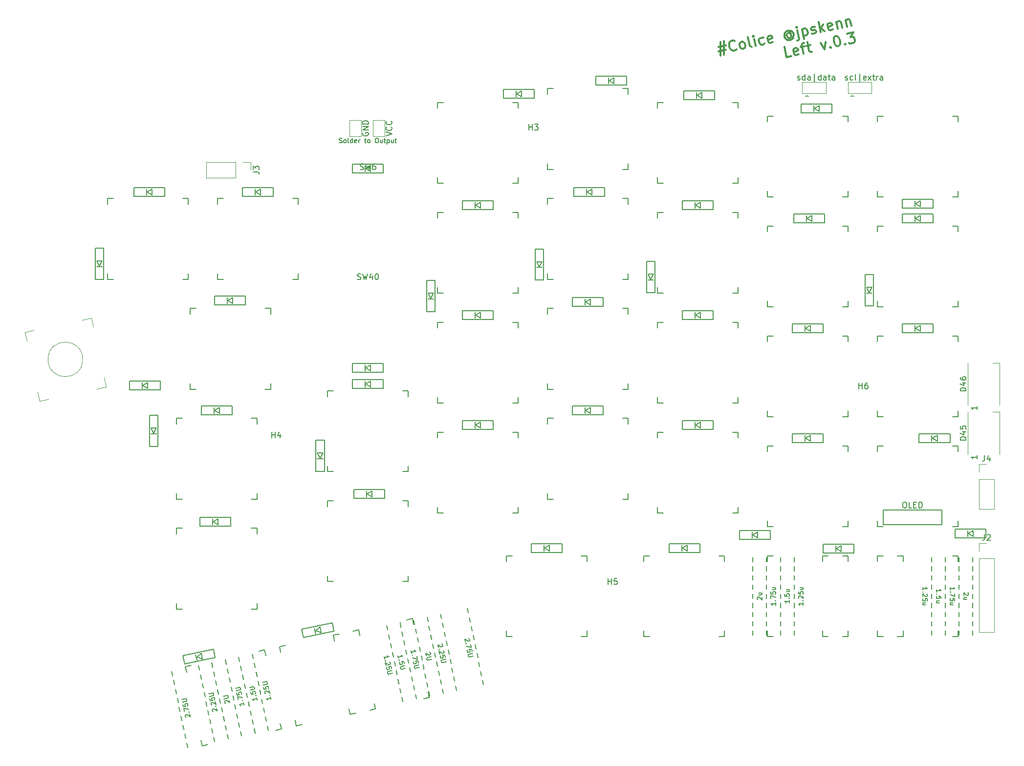
<source format=gto>
G04 #@! TF.GenerationSoftware,KiCad,Pcbnew,(5.1.5-0-10_14)*
G04 #@! TF.CreationDate,2020-05-14T06:06:27+09:00*
G04 #@! TF.ProjectId,Colice,436f6c69-6365-42e6-9b69-6361645f7063,rev?*
G04 #@! TF.SameCoordinates,Original*
G04 #@! TF.FileFunction,Legend,Top*
G04 #@! TF.FilePolarity,Positive*
%FSLAX46Y46*%
G04 Gerber Fmt 4.6, Leading zero omitted, Abs format (unit mm)*
G04 Created by KiCad (PCBNEW (5.1.5-0-10_14)) date 2020-05-14 06:06:27*
%MOMM*%
%LPD*%
G04 APERTURE LIST*
%ADD10C,0.150000*%
%ADD11C,0.300000*%
%ADD12C,0.120000*%
G04 APERTURE END LIST*
D10*
X78397714Y-59505809D02*
X78512000Y-59543904D01*
X78702476Y-59543904D01*
X78778666Y-59505809D01*
X78816761Y-59467714D01*
X78854857Y-59391523D01*
X78854857Y-59315333D01*
X78816761Y-59239142D01*
X78778666Y-59201047D01*
X78702476Y-59162952D01*
X78550095Y-59124857D01*
X78473904Y-59086761D01*
X78435809Y-59048666D01*
X78397714Y-58972476D01*
X78397714Y-58896285D01*
X78435809Y-58820095D01*
X78473904Y-58782000D01*
X78550095Y-58743904D01*
X78740571Y-58743904D01*
X78854857Y-58782000D01*
X79312000Y-59543904D02*
X79235809Y-59505809D01*
X79197714Y-59467714D01*
X79159619Y-59391523D01*
X79159619Y-59162952D01*
X79197714Y-59086761D01*
X79235809Y-59048666D01*
X79312000Y-59010571D01*
X79426285Y-59010571D01*
X79502476Y-59048666D01*
X79540571Y-59086761D01*
X79578666Y-59162952D01*
X79578666Y-59391523D01*
X79540571Y-59467714D01*
X79502476Y-59505809D01*
X79426285Y-59543904D01*
X79312000Y-59543904D01*
X80035809Y-59543904D02*
X79959619Y-59505809D01*
X79921523Y-59429619D01*
X79921523Y-58743904D01*
X80683428Y-59543904D02*
X80683428Y-58743904D01*
X80683428Y-59505809D02*
X80607238Y-59543904D01*
X80454857Y-59543904D01*
X80378666Y-59505809D01*
X80340571Y-59467714D01*
X80302476Y-59391523D01*
X80302476Y-59162952D01*
X80340571Y-59086761D01*
X80378666Y-59048666D01*
X80454857Y-59010571D01*
X80607238Y-59010571D01*
X80683428Y-59048666D01*
X81369142Y-59505809D02*
X81292952Y-59543904D01*
X81140571Y-59543904D01*
X81064380Y-59505809D01*
X81026285Y-59429619D01*
X81026285Y-59124857D01*
X81064380Y-59048666D01*
X81140571Y-59010571D01*
X81292952Y-59010571D01*
X81369142Y-59048666D01*
X81407238Y-59124857D01*
X81407238Y-59201047D01*
X81026285Y-59277238D01*
X81750095Y-59543904D02*
X81750095Y-59010571D01*
X81750095Y-59162952D02*
X81788190Y-59086761D01*
X81826285Y-59048666D01*
X81902476Y-59010571D01*
X81978666Y-59010571D01*
X82740571Y-59010571D02*
X83045333Y-59010571D01*
X82854857Y-58743904D02*
X82854857Y-59429619D01*
X82892952Y-59505809D01*
X82969142Y-59543904D01*
X83045333Y-59543904D01*
X83426285Y-59543904D02*
X83350095Y-59505809D01*
X83312000Y-59467714D01*
X83273904Y-59391523D01*
X83273904Y-59162952D01*
X83312000Y-59086761D01*
X83350095Y-59048666D01*
X83426285Y-59010571D01*
X83540571Y-59010571D01*
X83616761Y-59048666D01*
X83654857Y-59086761D01*
X83692952Y-59162952D01*
X83692952Y-59391523D01*
X83654857Y-59467714D01*
X83616761Y-59505809D01*
X83540571Y-59543904D01*
X83426285Y-59543904D01*
X84797714Y-58743904D02*
X84950095Y-58743904D01*
X85026285Y-58782000D01*
X85102476Y-58858190D01*
X85140571Y-59010571D01*
X85140571Y-59277238D01*
X85102476Y-59429619D01*
X85026285Y-59505809D01*
X84950095Y-59543904D01*
X84797714Y-59543904D01*
X84721523Y-59505809D01*
X84645333Y-59429619D01*
X84607238Y-59277238D01*
X84607238Y-59010571D01*
X84645333Y-58858190D01*
X84721523Y-58782000D01*
X84797714Y-58743904D01*
X85826285Y-59010571D02*
X85826285Y-59543904D01*
X85483428Y-59010571D02*
X85483428Y-59429619D01*
X85521523Y-59505809D01*
X85597714Y-59543904D01*
X85712000Y-59543904D01*
X85788190Y-59505809D01*
X85826285Y-59467714D01*
X86092952Y-59010571D02*
X86397714Y-59010571D01*
X86207238Y-58743904D02*
X86207238Y-59429619D01*
X86245333Y-59505809D01*
X86321523Y-59543904D01*
X86397714Y-59543904D01*
X86664380Y-59010571D02*
X86664380Y-59810571D01*
X86664380Y-59048666D02*
X86740571Y-59010571D01*
X86892952Y-59010571D01*
X86969142Y-59048666D01*
X87007238Y-59086761D01*
X87045333Y-59162952D01*
X87045333Y-59391523D01*
X87007238Y-59467714D01*
X86969142Y-59505809D01*
X86892952Y-59543904D01*
X86740571Y-59543904D01*
X86664380Y-59505809D01*
X87731047Y-59010571D02*
X87731047Y-59543904D01*
X87388190Y-59010571D02*
X87388190Y-59429619D01*
X87426285Y-59505809D01*
X87502476Y-59543904D01*
X87616761Y-59543904D01*
X87692952Y-59505809D01*
X87731047Y-59467714D01*
X87997714Y-59010571D02*
X88302476Y-59010571D01*
X88112000Y-58743904D02*
X88112000Y-59429619D01*
X88150095Y-59505809D01*
X88226285Y-59543904D01*
X88302476Y-59543904D01*
D11*
X144103859Y-42904013D02*
X145361477Y-42636698D01*
X144446517Y-42042516D02*
X144424637Y-44413155D01*
X145354184Y-43426911D02*
X144096565Y-43694226D01*
X145011525Y-44288408D02*
X145033406Y-41917769D01*
X147168312Y-43304194D02*
X147102292Y-43405856D01*
X146868589Y-43543160D01*
X146700907Y-43578802D01*
X146431562Y-43548424D01*
X146228238Y-43416384D01*
X146108755Y-43266522D01*
X145953629Y-42948978D01*
X145900166Y-42697455D01*
X145912724Y-42344269D01*
X145960923Y-42158765D01*
X146092963Y-41955441D01*
X146326666Y-41818137D01*
X146494348Y-41782495D01*
X146763693Y-41812873D01*
X146865355Y-41878893D01*
X148210049Y-43258024D02*
X148024546Y-43209825D01*
X147922883Y-43143805D01*
X147803400Y-42993943D01*
X147696474Y-42490896D01*
X147744673Y-42305393D01*
X147810693Y-42203730D01*
X147960555Y-42084247D01*
X148212079Y-42030784D01*
X148397582Y-42078983D01*
X148499244Y-42145004D01*
X148618728Y-42294865D01*
X148725654Y-42797912D01*
X148677454Y-42983416D01*
X148611434Y-43085078D01*
X148461573Y-43204561D01*
X148210049Y-43258024D01*
X149803032Y-42919425D02*
X149617529Y-42871226D01*
X149498046Y-42721365D01*
X149177267Y-41212223D01*
X150473762Y-42776857D02*
X150224268Y-41603080D01*
X150099521Y-41016192D02*
X150033501Y-41117854D01*
X150135163Y-41183874D01*
X150201183Y-41082212D01*
X150099521Y-41016192D01*
X150135163Y-41183874D01*
X152048924Y-42354417D02*
X151899063Y-42473900D01*
X151563698Y-42545184D01*
X151378194Y-42496985D01*
X151276532Y-42430965D01*
X151157049Y-42281103D01*
X151050123Y-41778056D01*
X151098322Y-41592553D01*
X151164342Y-41490890D01*
X151314204Y-41371407D01*
X151649569Y-41300123D01*
X151835072Y-41348322D01*
X153474225Y-42051460D02*
X153324364Y-42170943D01*
X152988999Y-42242227D01*
X152803495Y-42194028D01*
X152684012Y-42044167D01*
X152541444Y-41373437D01*
X152589643Y-41187933D01*
X152739505Y-41068450D01*
X153074870Y-40997166D01*
X153260373Y-41045365D01*
X153379856Y-41195227D01*
X153415498Y-41362909D01*
X152612728Y-41708802D01*
X156583644Y-40601870D02*
X156481981Y-40535850D01*
X156296478Y-40487650D01*
X156128796Y-40523292D01*
X155978934Y-40642776D01*
X155912914Y-40744438D01*
X155864715Y-40929941D01*
X155900357Y-41097624D01*
X156019840Y-41247485D01*
X156121502Y-41313506D01*
X156307006Y-41361705D01*
X156474688Y-41326063D01*
X156624549Y-41206579D01*
X156690570Y-41104917D01*
X156548002Y-40434187D02*
X156690570Y-41104917D01*
X156792232Y-41170937D01*
X156876073Y-41153116D01*
X157025935Y-41033633D01*
X157074134Y-40848130D01*
X156985029Y-40428924D01*
X156763883Y-40213042D01*
X156476718Y-40098823D01*
X156123532Y-40086265D01*
X155805988Y-40241391D01*
X155590106Y-40462536D01*
X155475887Y-40749702D01*
X155463330Y-41102888D01*
X155618455Y-41420432D01*
X155839600Y-41636313D01*
X156126766Y-41750533D01*
X156479952Y-41763090D01*
X156797496Y-41607965D01*
X157013377Y-41386819D01*
X157686137Y-40017011D02*
X158006915Y-41526153D01*
X157958716Y-41711656D01*
X157808854Y-41831140D01*
X157725013Y-41848961D01*
X157561390Y-39430122D02*
X157495370Y-39531785D01*
X157597032Y-39597805D01*
X157663052Y-39496143D01*
X157561390Y-39430122D01*
X157597032Y-39597805D01*
X158524549Y-39838801D02*
X158898790Y-41599467D01*
X158542370Y-39922642D02*
X158692231Y-39803159D01*
X159027596Y-39731875D01*
X159213100Y-39780074D01*
X159314762Y-39846094D01*
X159434245Y-39995956D01*
X159541171Y-40499003D01*
X159492972Y-40684507D01*
X159426952Y-40786169D01*
X159277090Y-40905652D01*
X158941725Y-40976936D01*
X158756222Y-40928737D01*
X160265364Y-40607959D02*
X160450868Y-40656158D01*
X160786232Y-40584874D01*
X160936094Y-40465391D01*
X160984293Y-40279887D01*
X160966472Y-40196046D01*
X160846989Y-40046185D01*
X160661485Y-39997986D01*
X160409962Y-40051449D01*
X160224458Y-40003249D01*
X160104975Y-39853388D01*
X160087154Y-39769547D01*
X160135353Y-39584043D01*
X160285215Y-39464560D01*
X160536738Y-39411097D01*
X160722242Y-39459296D01*
X161792327Y-40371022D02*
X161418086Y-38610356D01*
X161817442Y-39664650D02*
X162463057Y-40228454D01*
X162213563Y-39054677D02*
X161685401Y-39867975D01*
X163870537Y-39841656D02*
X163720675Y-39961139D01*
X163385310Y-40032423D01*
X163199807Y-39984224D01*
X163080324Y-39834362D01*
X162937756Y-39163633D01*
X162985955Y-38978129D01*
X163135816Y-38858646D01*
X163471181Y-38787362D01*
X163656685Y-38835561D01*
X163776168Y-38985423D01*
X163811810Y-39153105D01*
X163009040Y-39498997D01*
X164477276Y-38573510D02*
X164726770Y-39747287D01*
X164512918Y-38741192D02*
X164578938Y-38639530D01*
X164728800Y-38520047D01*
X164980323Y-38466584D01*
X165165827Y-38514783D01*
X165285310Y-38664644D01*
X165481341Y-39586898D01*
X166070259Y-38234911D02*
X166319753Y-39408688D01*
X166105901Y-38402593D02*
X166171921Y-38300931D01*
X166321783Y-38181448D01*
X166573306Y-38127985D01*
X166758810Y-38176184D01*
X166878293Y-38326045D01*
X167074324Y-39248299D01*
X156714859Y-44517293D02*
X155876447Y-44695503D01*
X155502206Y-42934838D01*
X157954656Y-44166137D02*
X157804795Y-44285620D01*
X157469430Y-44356904D01*
X157283926Y-44308705D01*
X157164443Y-44158843D01*
X157021875Y-43488114D01*
X157070074Y-43302610D01*
X157219936Y-43183127D01*
X157555301Y-43111843D01*
X157740804Y-43160042D01*
X157860287Y-43309904D01*
X157895929Y-43477586D01*
X157093159Y-43823479D01*
X158309872Y-42951454D02*
X158980602Y-42808886D01*
X158810889Y-44071768D02*
X158490111Y-42562626D01*
X158538311Y-42377123D01*
X158688172Y-42257639D01*
X158855855Y-42221997D01*
X159315966Y-42737602D02*
X159986696Y-42595034D01*
X159442743Y-42097250D02*
X159763521Y-43606392D01*
X159883004Y-43756254D01*
X160068508Y-43804453D01*
X160236190Y-43768811D01*
X161747362Y-42220793D02*
X162416062Y-43305465D01*
X162585774Y-42042583D01*
X163470356Y-42906110D02*
X163572018Y-42972130D01*
X163505998Y-43073792D01*
X163404336Y-43007772D01*
X163470356Y-42906110D01*
X163505998Y-43073792D01*
X164305534Y-41063632D02*
X164473217Y-41027990D01*
X164658720Y-41076190D01*
X164760382Y-41142210D01*
X164879865Y-41292071D01*
X165034991Y-41609615D01*
X165124096Y-42028821D01*
X165111538Y-42382007D01*
X165063339Y-42567511D01*
X164997319Y-42669173D01*
X164847458Y-42788656D01*
X164679775Y-42824298D01*
X164494272Y-42776099D01*
X164392609Y-42710079D01*
X164273126Y-42560217D01*
X164118001Y-42242673D01*
X164028896Y-41823467D01*
X164041453Y-41470281D01*
X164089652Y-41284778D01*
X164155673Y-41183116D01*
X164305534Y-41063632D01*
X165985593Y-42371480D02*
X166087255Y-42437500D01*
X166021235Y-42539162D01*
X165919572Y-42473142D01*
X165985593Y-42371480D01*
X166021235Y-42539162D01*
X166317723Y-40635928D02*
X167407659Y-40404255D01*
X166963339Y-41199732D01*
X167214862Y-41146269D01*
X167400366Y-41194468D01*
X167502028Y-41260488D01*
X167621511Y-41410350D01*
X167710616Y-41829556D01*
X167662417Y-42015059D01*
X167596397Y-42116722D01*
X167446535Y-42236205D01*
X166943488Y-42343131D01*
X166757985Y-42294932D01*
X166656322Y-42228911D01*
D12*
X37971452Y-101818821D02*
X36406416Y-102151480D01*
X25457824Y-92006120D02*
X23892788Y-92338779D01*
X33932120Y-97078800D02*
G75*
G03X33932120Y-97078800I-3000000J0D01*
G01*
X37638793Y-100253785D02*
X37971452Y-101818821D01*
X26429310Y-104272179D02*
X26096652Y-102707143D01*
X24225447Y-93903815D02*
X23892788Y-92338779D01*
X35767588Y-91450457D02*
X35434930Y-89885421D01*
X35434930Y-89885421D02*
X33869893Y-90218079D01*
X27994347Y-103939521D02*
X26429310Y-104272179D01*
D10*
X52531250Y-88250400D02*
X52531250Y-89250400D01*
X53531250Y-88250400D02*
X52531250Y-88250400D01*
X52531250Y-102250400D02*
X53531250Y-102250400D01*
X52531250Y-101250400D02*
X52531250Y-102250400D01*
X66531250Y-102250400D02*
X66531250Y-101250400D01*
X65531250Y-102250400D02*
X66531250Y-102250400D01*
X66531250Y-88250400D02*
X66531250Y-89250400D01*
X65531250Y-88250400D02*
X66531250Y-88250400D01*
X175068750Y-131113080D02*
X176068750Y-131113080D01*
X176068750Y-131113080D02*
X176068750Y-132113080D01*
X175068750Y-145113080D02*
X176068750Y-145113080D01*
X176068750Y-145113080D02*
X176068750Y-144113080D01*
X162068750Y-144113080D02*
X162068750Y-145113080D01*
X162068750Y-145113080D02*
X163068750Y-145113080D01*
X163068750Y-131113080D02*
X162068750Y-131113080D01*
X162068750Y-131113080D02*
X162068750Y-132113080D01*
X152543750Y-112063000D02*
X152543750Y-113063000D01*
X153543750Y-112063000D02*
X152543750Y-112063000D01*
X152543750Y-126063000D02*
X153543750Y-126063000D01*
X152543750Y-125063000D02*
X152543750Y-126063000D01*
X166543750Y-126063000D02*
X166543750Y-125063000D01*
X165543750Y-126063000D02*
X166543750Y-126063000D01*
X166543750Y-112063000D02*
X166543750Y-113063000D01*
X165543750Y-112063000D02*
X166543750Y-112063000D01*
X131112500Y-131113080D02*
X131112500Y-132113080D01*
X132112500Y-131113080D02*
X131112500Y-131113080D01*
X131112500Y-145113080D02*
X132112500Y-145113080D01*
X131112500Y-144113080D02*
X131112500Y-145113080D01*
X145112500Y-145113080D02*
X145112500Y-144113080D01*
X144112500Y-145113080D02*
X145112500Y-145113080D01*
X145112500Y-131113080D02*
X145112500Y-132113080D01*
X144112500Y-131113080D02*
X145112500Y-131113080D01*
X109074000Y-51054000D02*
X109974000Y-50554000D01*
X109974000Y-50554000D02*
X109974000Y-51554000D01*
X109974000Y-51554000D02*
X109074000Y-51054000D01*
X108974000Y-50554000D02*
X108974000Y-51554000D01*
X112174000Y-50304000D02*
X106774000Y-50304000D01*
X106774000Y-50304000D02*
X106774000Y-51804000D01*
X106774000Y-51804000D02*
X112174000Y-51804000D01*
X112174000Y-51804000D02*
X112174000Y-50304000D01*
X167546000Y-130594800D02*
X167546000Y-129094800D01*
X162146000Y-130594800D02*
X167546000Y-130594800D01*
X162146000Y-129094800D02*
X162146000Y-130594800D01*
X167546000Y-129094800D02*
X162146000Y-129094800D01*
X164346000Y-129344800D02*
X164346000Y-130344800D01*
X165346000Y-130344800D02*
X164446000Y-129844800D01*
X165346000Y-129344800D02*
X165346000Y-130344800D01*
X164446000Y-129844800D02*
X165346000Y-129344800D01*
X152543750Y-73962840D02*
X152543750Y-74962840D01*
X153543750Y-73962840D02*
X152543750Y-73962840D01*
X152543750Y-87962840D02*
X153543750Y-87962840D01*
X152543750Y-86962840D02*
X152543750Y-87962840D01*
X166543750Y-87962840D02*
X166543750Y-86962840D01*
X165543750Y-87962840D02*
X166543750Y-87962840D01*
X166543750Y-73962840D02*
X166543750Y-74962840D01*
X165543750Y-73962840D02*
X166543750Y-73962840D01*
X89343750Y-121588040D02*
X90343750Y-121588040D01*
X90343750Y-121588040D02*
X90343750Y-122588040D01*
X89343750Y-135588040D02*
X90343750Y-135588040D01*
X90343750Y-135588040D02*
X90343750Y-134588040D01*
X76343750Y-134588040D02*
X76343750Y-135588040D01*
X76343750Y-135588040D02*
X77343750Y-135588040D01*
X77343750Y-121588040D02*
X76343750Y-121588040D01*
X76343750Y-121588040D02*
X76343750Y-122588040D01*
X50150000Y-126350560D02*
X50150000Y-127350560D01*
X51150000Y-126350560D02*
X50150000Y-126350560D01*
X50150000Y-140350560D02*
X51150000Y-140350560D01*
X50150000Y-139350560D02*
X50150000Y-140350560D01*
X64150000Y-140350560D02*
X64150000Y-139350560D01*
X63150000Y-140350560D02*
X64150000Y-140350560D01*
X64150000Y-126350560D02*
X64150000Y-127350560D01*
X63150000Y-126350560D02*
X64150000Y-126350560D01*
X80752132Y-144175217D02*
X81730279Y-143967305D01*
X81730279Y-143967305D02*
X81938191Y-144945453D01*
X83662895Y-157869283D02*
X84641043Y-157661371D01*
X84641043Y-157661371D02*
X84433131Y-156683224D01*
X70739065Y-159593987D02*
X70946977Y-160572135D01*
X70946977Y-160572135D02*
X71925124Y-160364223D01*
X69014361Y-146670157D02*
X68036213Y-146878069D01*
X68036213Y-146878069D02*
X68244125Y-147856216D01*
X81241980Y-158383865D02*
X80263833Y-158591777D01*
X80263833Y-158591777D02*
X80055921Y-157613629D01*
X78331217Y-144689799D02*
X77353069Y-144897711D01*
X77353069Y-144897711D02*
X77560981Y-145875858D01*
X91255047Y-142965095D02*
X91047135Y-141986947D01*
X91047135Y-141986947D02*
X90068988Y-142194859D01*
X92979751Y-155888925D02*
X93957899Y-155681013D01*
X93957899Y-155681013D02*
X93749987Y-154702866D01*
X55620626Y-163829851D02*
X54642479Y-164037763D01*
X54642479Y-164037763D02*
X54434567Y-163059615D01*
X52709863Y-150135785D02*
X51731715Y-150343697D01*
X51731715Y-150343697D02*
X51939627Y-151321844D01*
X65633693Y-148411081D02*
X65425781Y-147432933D01*
X65425781Y-147432933D02*
X64447634Y-147640845D01*
X67358397Y-161334911D02*
X68336545Y-161126999D01*
X68336545Y-161126999D02*
X68128633Y-160148852D01*
X90396427Y-149687384D02*
X90231397Y-148910979D01*
X90561457Y-150463789D02*
X90726487Y-151240193D01*
X90891517Y-152016598D02*
X91056546Y-152793003D01*
X91221576Y-153569407D02*
X91386606Y-154345812D01*
X91551636Y-155122217D02*
X91716666Y-155898621D01*
X90066367Y-148134575D02*
X89901337Y-147358170D01*
X89736307Y-146581765D02*
X89571277Y-145805361D01*
X89406247Y-145028956D02*
X89241217Y-144252551D01*
X89076188Y-143476147D02*
X88911158Y-142699742D01*
X88562303Y-152511688D02*
X88727332Y-153288092D01*
X88067213Y-150182474D02*
X87902183Y-149406069D01*
X88232243Y-150958878D02*
X88397273Y-151735283D01*
X88892362Y-154064497D02*
X89057392Y-154840902D01*
X89222422Y-155617306D02*
X89387452Y-156393711D01*
X87737153Y-148629664D02*
X87572123Y-147853260D01*
X87407093Y-147076855D02*
X87242063Y-146300450D01*
X86746974Y-143971236D02*
X86581944Y-143194832D01*
X87077033Y-145524046D02*
X86912003Y-144747641D01*
X93220730Y-151521508D02*
X93385760Y-152297913D01*
X93550790Y-153074318D02*
X93715820Y-153850722D01*
X93880850Y-154627127D02*
X94045880Y-155403532D01*
X92890671Y-149968699D02*
X93055701Y-150745104D01*
X92065521Y-146086676D02*
X91900491Y-145310271D01*
X91405402Y-142981057D02*
X91240372Y-142204652D01*
X92395581Y-147639485D02*
X92230551Y-146863080D01*
X92725641Y-149192294D02*
X92560611Y-148415890D01*
X91735461Y-144533866D02*
X91570431Y-143757462D01*
X95549944Y-151026419D02*
X95714974Y-151802823D01*
X95880004Y-152579228D02*
X96045034Y-153355633D01*
X96210064Y-154132037D02*
X96375094Y-154908442D01*
X95219885Y-149473609D02*
X95384915Y-150250014D01*
X94394735Y-145591586D02*
X94229705Y-144815181D01*
X94724795Y-147144395D02*
X94559765Y-146367991D01*
X95054855Y-148697205D02*
X94889825Y-147920800D01*
X93734616Y-142485967D02*
X93569586Y-141709563D01*
X94064675Y-144038777D02*
X93899645Y-143262372D01*
X98209218Y-152084138D02*
X98374248Y-152860543D01*
X98539278Y-153636948D02*
X98704308Y-154413352D01*
X96723949Y-145096496D02*
X96558919Y-144320092D01*
X97384069Y-148202115D02*
X97219039Y-147425710D01*
X97879158Y-150531329D02*
X98044188Y-151307734D01*
X97549099Y-148978520D02*
X97714129Y-149754924D01*
X97054009Y-146649306D02*
X96888979Y-145872901D01*
X96063829Y-141990878D02*
X95898800Y-141214473D01*
X96393889Y-143543687D02*
X96228859Y-142767282D01*
X103197706Y-152646768D02*
X103362736Y-153423173D01*
X101382377Y-144106317D02*
X101217347Y-143329912D01*
X100722257Y-141000698D02*
X100557228Y-140224294D01*
X102207527Y-147988340D02*
X102372556Y-148764745D01*
X102537586Y-149541149D02*
X102702616Y-150317554D01*
X102042497Y-147211935D02*
X101877467Y-146435531D01*
X101712437Y-145659126D02*
X101547407Y-144882722D01*
X102867646Y-151093959D02*
X103032676Y-151870363D01*
X101052317Y-142553508D02*
X100887287Y-141777103D01*
X64114953Y-152027752D02*
X63949924Y-151251348D01*
X63454834Y-148922134D02*
X63289804Y-148145729D01*
X65600223Y-159015394D02*
X65765253Y-159791799D01*
X64775073Y-155133371D02*
X64610043Y-154356966D01*
X63784894Y-150474943D02*
X63619864Y-149698538D01*
X64940103Y-155909776D02*
X65105133Y-156686180D01*
X65270163Y-157462585D02*
X65435193Y-158238990D01*
X65930282Y-160568204D02*
X66095312Y-161344608D01*
X64445013Y-153580562D02*
X64279983Y-152804157D01*
X62115799Y-154075651D02*
X61950769Y-153299247D01*
X63271009Y-159510484D02*
X63436039Y-160286889D01*
X61125620Y-149417223D02*
X60960590Y-148640819D01*
X61455680Y-150970033D02*
X61290650Y-150193628D01*
X62445859Y-155628461D02*
X62280829Y-154852056D01*
X61785739Y-152522842D02*
X61620710Y-151746437D01*
X62610889Y-156404865D02*
X62775919Y-157181270D01*
X62940949Y-157957675D02*
X63105979Y-158734079D01*
X63601068Y-161063293D02*
X63766098Y-161839698D01*
X60281675Y-156899955D02*
X60446705Y-157676360D01*
X60116645Y-156123550D02*
X59951615Y-155347146D01*
X59456526Y-153017932D02*
X59291496Y-152241527D01*
X61271854Y-161558383D02*
X61436884Y-162334788D01*
X60611735Y-158452764D02*
X60776765Y-159229169D01*
X58796406Y-149912313D02*
X58631376Y-149135908D01*
X60941795Y-160005574D02*
X61106825Y-160781978D01*
X59126466Y-151465122D02*
X58961436Y-150688718D01*
X59786585Y-154570741D02*
X59621555Y-153794336D01*
X57127312Y-153513021D02*
X56962282Y-152736617D01*
X58942640Y-162053473D02*
X59107670Y-162829877D01*
X58282521Y-158947854D02*
X58447551Y-159724259D01*
X57952461Y-157395045D02*
X58117491Y-158171449D01*
X57787431Y-156618640D02*
X57622401Y-155842235D01*
X57457371Y-155065831D02*
X57292341Y-154289426D01*
X56797252Y-151960212D02*
X56632222Y-151183807D01*
X56467192Y-150407403D02*
X56302162Y-149630998D01*
X58612581Y-160500663D02*
X58777611Y-161277068D01*
X54468038Y-152455302D02*
X54303008Y-151678897D01*
X55128157Y-155560920D02*
X54963127Y-154784516D01*
X56283367Y-160995753D02*
X56448397Y-161772158D01*
X55623247Y-157890134D02*
X55788277Y-158666539D01*
X55953307Y-159442944D02*
X56118337Y-160219348D01*
X54798098Y-154008111D02*
X54633068Y-153231706D01*
X54137978Y-150902492D02*
X53972948Y-150126088D01*
X56613427Y-162548562D02*
X56778456Y-163324967D01*
X55458217Y-157113730D02*
X55293187Y-156337325D01*
X49809610Y-153445481D02*
X49644580Y-152669077D01*
X50469729Y-156551100D02*
X50304700Y-155774695D01*
X51624939Y-161985932D02*
X51789969Y-162762337D01*
X51294879Y-160433123D02*
X51459909Y-161209528D01*
X50139670Y-154998291D02*
X49974640Y-154221886D01*
X49479550Y-151892672D02*
X49314520Y-151116267D01*
X51954999Y-163538742D02*
X52120028Y-164315146D01*
X50799789Y-158103909D02*
X50634759Y-157327505D01*
X50964819Y-158880314D02*
X51129849Y-159656718D01*
D12*
X187242000Y-113505000D02*
X187242000Y-106205000D01*
X192742000Y-113505000D02*
X192742000Y-106205000D01*
X192742000Y-106205000D02*
X191592000Y-106205000D01*
X192742000Y-97696000D02*
X191592000Y-97696000D01*
X192742000Y-104996000D02*
X192742000Y-97696000D01*
X187242000Y-104996000D02*
X187242000Y-97696000D01*
X189170000Y-144332000D02*
X191830000Y-144332000D01*
X189170000Y-131572000D02*
X189170000Y-144332000D01*
X191830000Y-131572000D02*
X191830000Y-144332000D01*
X189170000Y-131572000D02*
X191830000Y-131572000D01*
X189170000Y-130302000D02*
X189170000Y-128972000D01*
X189170000Y-128972000D02*
X190500000Y-128972000D01*
D10*
X188118750Y-139303705D02*
X188118750Y-140097455D01*
X188118750Y-136922455D02*
X188118750Y-136128705D01*
X188118750Y-138509955D02*
X188118750Y-137716205D01*
X188118750Y-142478705D02*
X188118750Y-143272455D01*
X188118750Y-140891205D02*
X188118750Y-141684955D01*
X188118750Y-144066205D02*
X188118750Y-144859955D01*
X188118750Y-135334955D02*
X188118750Y-134541205D01*
X188118750Y-133747455D02*
X188118750Y-132953705D01*
X188118750Y-132159955D02*
X188118750Y-131366205D01*
X185737500Y-140891205D02*
X185737500Y-141684955D01*
X185737500Y-139303705D02*
X185737500Y-140097455D01*
X185737500Y-144066205D02*
X185737500Y-144859955D01*
X185737500Y-138509955D02*
X185737500Y-137716205D01*
X185737500Y-132159955D02*
X185737500Y-131366205D01*
X185737500Y-136922455D02*
X185737500Y-136128705D01*
X185737500Y-135334955D02*
X185737500Y-134541205D01*
X185737500Y-142478705D02*
X185737500Y-143272455D01*
X185737500Y-133747455D02*
X185737500Y-132953705D01*
X183356250Y-144066205D02*
X183356250Y-144859955D01*
X183356250Y-136922455D02*
X183356250Y-136128705D01*
X183356250Y-142478705D02*
X183356250Y-143272455D01*
X183356250Y-133747455D02*
X183356250Y-132953705D01*
X183356250Y-140891205D02*
X183356250Y-141684955D01*
X183356250Y-139303705D02*
X183356250Y-140097455D01*
X183356250Y-138509955D02*
X183356250Y-137716205D01*
X183356250Y-132159955D02*
X183356250Y-131366205D01*
X183356250Y-135334955D02*
X183356250Y-134541205D01*
X180975000Y-138509955D02*
X180975000Y-137716205D01*
X180975000Y-139303705D02*
X180975000Y-140097455D01*
X180975000Y-133747455D02*
X180975000Y-132953705D01*
X180975000Y-144066205D02*
X180975000Y-144859955D01*
X180975000Y-142478705D02*
X180975000Y-143272455D01*
X180975000Y-132159955D02*
X180975000Y-131366205D01*
X180975000Y-140891205D02*
X180975000Y-141684955D01*
X180975000Y-135334955D02*
X180975000Y-134541205D01*
X180975000Y-136922455D02*
X180975000Y-136128705D01*
X157162500Y-139303705D02*
X157162500Y-140097455D01*
X157162500Y-133747455D02*
X157162500Y-132953705D01*
X157162500Y-144066205D02*
X157162500Y-144859955D01*
X157162500Y-142478705D02*
X157162500Y-143272455D01*
X157162500Y-140891205D02*
X157162500Y-141684955D01*
X157162500Y-136922455D02*
X157162500Y-136128705D01*
X157162500Y-132159955D02*
X157162500Y-131366205D01*
X157162500Y-138509955D02*
X157162500Y-137716205D01*
X157162500Y-135334955D02*
X157162500Y-134541205D01*
X154781250Y-133747455D02*
X154781250Y-132953705D01*
X154781250Y-140891205D02*
X154781250Y-141684955D01*
X154781250Y-144066205D02*
X154781250Y-144859955D01*
X154781250Y-135334955D02*
X154781250Y-134541205D01*
X154781250Y-139303705D02*
X154781250Y-140097455D01*
X154781250Y-132159955D02*
X154781250Y-131366205D01*
X154781250Y-138509955D02*
X154781250Y-137716205D01*
X154781250Y-136922455D02*
X154781250Y-136128705D01*
X154781250Y-142478705D02*
X154781250Y-143272455D01*
X152400000Y-140891205D02*
X152400000Y-141684955D01*
X152400000Y-133747455D02*
X152400000Y-132953705D01*
X152400000Y-144066205D02*
X152400000Y-144859955D01*
X152400000Y-135334955D02*
X152400000Y-134541205D01*
X152400000Y-139303705D02*
X152400000Y-140097455D01*
X152400000Y-132159955D02*
X152400000Y-131366205D01*
X152400000Y-138509955D02*
X152400000Y-137716205D01*
X152400000Y-142478705D02*
X152400000Y-143272455D01*
X152400000Y-136922455D02*
X152400000Y-136128705D01*
X150018750Y-142478705D02*
X150018750Y-143272455D01*
X150018750Y-140891205D02*
X150018750Y-141684955D01*
X150018750Y-135334955D02*
X150018750Y-134541205D01*
X150018750Y-139303705D02*
X150018750Y-140097455D01*
X150018750Y-133747455D02*
X150018750Y-132953705D01*
X150018750Y-138509955D02*
X150018750Y-137716205D01*
X150018750Y-132159955D02*
X150018750Y-131366205D01*
X150018750Y-144066205D02*
X150018750Y-144859955D01*
X150018750Y-136922455D02*
X150018750Y-136128705D01*
X190406000Y-128004000D02*
X190406000Y-126504000D01*
X185006000Y-128004000D02*
X190406000Y-128004000D01*
X185006000Y-126504000D02*
X185006000Y-128004000D01*
X190406000Y-126504000D02*
X185006000Y-126504000D01*
X187206000Y-126754000D02*
X187206000Y-127754000D01*
X188206000Y-127754000D02*
X187306000Y-127254000D01*
X188206000Y-126754000D02*
X188206000Y-127754000D01*
X187306000Y-127254000D02*
X188206000Y-126754000D01*
X132334000Y-83204000D02*
X131834000Y-82304000D01*
X131834000Y-82304000D02*
X132834000Y-82304000D01*
X132834000Y-82304000D02*
X132334000Y-83204000D01*
X131834000Y-83304000D02*
X132834000Y-83304000D01*
X131584000Y-80104000D02*
X131584000Y-85504000D01*
X131584000Y-85504000D02*
X133084000Y-85504000D01*
X133084000Y-85504000D02*
X133084000Y-80104000D01*
X133084000Y-80104000D02*
X131584000Y-80104000D01*
X140316000Y-51308000D02*
X141216000Y-50808000D01*
X141216000Y-50808000D02*
X141216000Y-51808000D01*
X141216000Y-51808000D02*
X140316000Y-51308000D01*
X140216000Y-50808000D02*
X140216000Y-51808000D01*
X143416000Y-50558000D02*
X138016000Y-50558000D01*
X138016000Y-50558000D02*
X138016000Y-52058000D01*
X138016000Y-52058000D02*
X143416000Y-52058000D01*
X143416000Y-52058000D02*
X143416000Y-50558000D01*
X140062000Y-70358000D02*
X140962000Y-69858000D01*
X140962000Y-69858000D02*
X140962000Y-70858000D01*
X140962000Y-70858000D02*
X140062000Y-70358000D01*
X139962000Y-69858000D02*
X139962000Y-70858000D01*
X143162000Y-69608000D02*
X137762000Y-69608000D01*
X137762000Y-69608000D02*
X137762000Y-71108000D01*
X137762000Y-71108000D02*
X143162000Y-71108000D01*
X143162000Y-71108000D02*
X143162000Y-69608000D01*
X140062000Y-89408000D02*
X140962000Y-88908000D01*
X140962000Y-88908000D02*
X140962000Y-89908000D01*
X140962000Y-89908000D02*
X140062000Y-89408000D01*
X139962000Y-88908000D02*
X139962000Y-89908000D01*
X143162000Y-88658000D02*
X137762000Y-88658000D01*
X137762000Y-88658000D02*
X137762000Y-90158000D01*
X137762000Y-90158000D02*
X143162000Y-90158000D01*
X143162000Y-90158000D02*
X143162000Y-88658000D01*
X143162000Y-109208000D02*
X143162000Y-107708000D01*
X137762000Y-109208000D02*
X143162000Y-109208000D01*
X137762000Y-107708000D02*
X137762000Y-109208000D01*
X143162000Y-107708000D02*
X137762000Y-107708000D01*
X139962000Y-107958000D02*
X139962000Y-108958000D01*
X140962000Y-108958000D02*
X140062000Y-108458000D01*
X140962000Y-107958000D02*
X140962000Y-108958000D01*
X140062000Y-108458000D02*
X140962000Y-107958000D01*
X153068000Y-128258000D02*
X153068000Y-126758000D01*
X147668000Y-128258000D02*
X153068000Y-128258000D01*
X147668000Y-126758000D02*
X147668000Y-128258000D01*
X153068000Y-126758000D02*
X147668000Y-126758000D01*
X149868000Y-127008000D02*
X149868000Y-128008000D01*
X150868000Y-128008000D02*
X149968000Y-127508000D01*
X150868000Y-127008000D02*
X150868000Y-128008000D01*
X149968000Y-127508000D02*
X150868000Y-127008000D01*
X75057000Y-114192000D02*
X74557000Y-113292000D01*
X74557000Y-113292000D02*
X75557000Y-113292000D01*
X75557000Y-113292000D02*
X75057000Y-114192000D01*
X74557000Y-114292000D02*
X75557000Y-114292000D01*
X74307000Y-111092000D02*
X74307000Y-116492000D01*
X74307000Y-116492000D02*
X75807000Y-116492000D01*
X75807000Y-116492000D02*
X75807000Y-111092000D01*
X75807000Y-111092000D02*
X74307000Y-111092000D01*
X86012000Y-64758000D02*
X86012000Y-63258000D01*
X80612000Y-64758000D02*
X86012000Y-64758000D01*
X80612000Y-63258000D02*
X80612000Y-64758000D01*
X86012000Y-63258000D02*
X80612000Y-63258000D01*
X82812000Y-63508000D02*
X82812000Y-64508000D01*
X83812000Y-64508000D02*
X82912000Y-64008000D01*
X83812000Y-63508000D02*
X83812000Y-64508000D01*
X82912000Y-64008000D02*
X83812000Y-63508000D01*
X86012000Y-99302000D02*
X86012000Y-97802000D01*
X80612000Y-99302000D02*
X86012000Y-99302000D01*
X80612000Y-97802000D02*
X80612000Y-99302000D01*
X86012000Y-97802000D02*
X80612000Y-97802000D01*
X82812000Y-98052000D02*
X82812000Y-99052000D01*
X83812000Y-99052000D02*
X82912000Y-98552000D01*
X83812000Y-98052000D02*
X83812000Y-99052000D01*
X82912000Y-98552000D02*
X83812000Y-98052000D01*
X86012000Y-102096000D02*
X86012000Y-100596000D01*
X80612000Y-102096000D02*
X86012000Y-102096000D01*
X80612000Y-100596000D02*
X80612000Y-102096000D01*
X86012000Y-100596000D02*
X80612000Y-100596000D01*
X82812000Y-100846000D02*
X82812000Y-101846000D01*
X83812000Y-101846000D02*
X82912000Y-101346000D01*
X83812000Y-100846000D02*
X83812000Y-101846000D01*
X82912000Y-101346000D02*
X83812000Y-100846000D01*
X86266000Y-121146000D02*
X86266000Y-119646000D01*
X80866000Y-121146000D02*
X86266000Y-121146000D01*
X80866000Y-119646000D02*
X80866000Y-121146000D01*
X86266000Y-119646000D02*
X80866000Y-119646000D01*
X83066000Y-119896000D02*
X83066000Y-120896000D01*
X84066000Y-120896000D02*
X83166000Y-120396000D01*
X84066000Y-119896000D02*
X84066000Y-120896000D01*
X83166000Y-120396000D02*
X84066000Y-119896000D01*
X36830000Y-80918000D02*
X36330000Y-80018000D01*
X36330000Y-80018000D02*
X37330000Y-80018000D01*
X37330000Y-80018000D02*
X36830000Y-80918000D01*
X36330000Y-81018000D02*
X37330000Y-81018000D01*
X36080000Y-77818000D02*
X36080000Y-83218000D01*
X36080000Y-83218000D02*
X37580000Y-83218000D01*
X37580000Y-83218000D02*
X37580000Y-77818000D01*
X37580000Y-77818000D02*
X36080000Y-77818000D01*
X48166000Y-68822000D02*
X48166000Y-67322000D01*
X42766000Y-68822000D02*
X48166000Y-68822000D01*
X42766000Y-67322000D02*
X42766000Y-68822000D01*
X48166000Y-67322000D02*
X42766000Y-67322000D01*
X44966000Y-67572000D02*
X44966000Y-68572000D01*
X45966000Y-68572000D02*
X45066000Y-68072000D01*
X45966000Y-67572000D02*
X45966000Y-68572000D01*
X45066000Y-68072000D02*
X45966000Y-67572000D01*
X105062000Y-90158000D02*
X105062000Y-88658000D01*
X99662000Y-90158000D02*
X105062000Y-90158000D01*
X99662000Y-88658000D02*
X99662000Y-90158000D01*
X105062000Y-88658000D02*
X99662000Y-88658000D01*
X101862000Y-88908000D02*
X101862000Y-89908000D01*
X102862000Y-89908000D02*
X101962000Y-89408000D01*
X102862000Y-88908000D02*
X102862000Y-89908000D01*
X101962000Y-89408000D02*
X102862000Y-88908000D01*
X105062000Y-109208000D02*
X105062000Y-107708000D01*
X99662000Y-109208000D02*
X105062000Y-109208000D01*
X99662000Y-107708000D02*
X99662000Y-109208000D01*
X105062000Y-107708000D02*
X99662000Y-107708000D01*
X101862000Y-107958000D02*
X101862000Y-108958000D01*
X102862000Y-108958000D02*
X101962000Y-108458000D01*
X102862000Y-107958000D02*
X102862000Y-108958000D01*
X101962000Y-108458000D02*
X102862000Y-107958000D01*
X56898932Y-148762249D02*
X56587065Y-147295028D01*
X51616935Y-149884972D02*
X56898932Y-148762249D01*
X51305068Y-148417751D02*
X51616935Y-149884972D01*
X56587065Y-147295028D02*
X51305068Y-148417751D01*
X53508970Y-148204882D02*
X53716882Y-149183030D01*
X54695030Y-148975118D02*
X53710741Y-148673165D01*
X54487118Y-147996970D02*
X54695030Y-148975118D01*
X53710741Y-148673165D02*
X54487118Y-147996970D01*
X94234000Y-86506000D02*
X93734000Y-85606000D01*
X93734000Y-85606000D02*
X94734000Y-85606000D01*
X94734000Y-85606000D02*
X94234000Y-86506000D01*
X93734000Y-86606000D02*
X94734000Y-86606000D01*
X93484000Y-83406000D02*
X93484000Y-88806000D01*
X93484000Y-88806000D02*
X94984000Y-88806000D01*
X94984000Y-88806000D02*
X94984000Y-83406000D01*
X94984000Y-83406000D02*
X93484000Y-83406000D01*
X101962000Y-70358000D02*
X102862000Y-69858000D01*
X102862000Y-69858000D02*
X102862000Y-70858000D01*
X102862000Y-70858000D02*
X101962000Y-70358000D01*
X101862000Y-69858000D02*
X101862000Y-70858000D01*
X105062000Y-69608000D02*
X99662000Y-69608000D01*
X99662000Y-69608000D02*
X99662000Y-71108000D01*
X99662000Y-71108000D02*
X105062000Y-71108000D01*
X105062000Y-71108000D02*
X105062000Y-69608000D01*
X121012000Y-105918000D02*
X121912000Y-105418000D01*
X121912000Y-105418000D02*
X121912000Y-106418000D01*
X121912000Y-106418000D02*
X121012000Y-105918000D01*
X120912000Y-105418000D02*
X120912000Y-106418000D01*
X124112000Y-105168000D02*
X118712000Y-105168000D01*
X118712000Y-105168000D02*
X118712000Y-106668000D01*
X118712000Y-106668000D02*
X124112000Y-106668000D01*
X124112000Y-106668000D02*
X124112000Y-105168000D01*
X113900000Y-129794000D02*
X114800000Y-129294000D01*
X114800000Y-129294000D02*
X114800000Y-130294000D01*
X114800000Y-130294000D02*
X113900000Y-129794000D01*
X113800000Y-129294000D02*
X113800000Y-130294000D01*
X117000000Y-129044000D02*
X111600000Y-129044000D01*
X111600000Y-129044000D02*
X111600000Y-130544000D01*
X111600000Y-130544000D02*
X117000000Y-130544000D01*
X117000000Y-130544000D02*
X117000000Y-129044000D01*
X113030000Y-81045000D02*
X112530000Y-80145000D01*
X112530000Y-80145000D02*
X113530000Y-80145000D01*
X113530000Y-80145000D02*
X113030000Y-81045000D01*
X112530000Y-81145000D02*
X113530000Y-81145000D01*
X112280000Y-77945000D02*
X112280000Y-83345000D01*
X112280000Y-83345000D02*
X113780000Y-83345000D01*
X113780000Y-83345000D02*
X113780000Y-77945000D01*
X113780000Y-77945000D02*
X112280000Y-77945000D01*
X125076000Y-48768000D02*
X125976000Y-48268000D01*
X125976000Y-48268000D02*
X125976000Y-49268000D01*
X125976000Y-49268000D02*
X125076000Y-48768000D01*
X124976000Y-48268000D02*
X124976000Y-49268000D01*
X128176000Y-48018000D02*
X122776000Y-48018000D01*
X122776000Y-48018000D02*
X122776000Y-49518000D01*
X122776000Y-49518000D02*
X128176000Y-49518000D01*
X128176000Y-49518000D02*
X128176000Y-48018000D01*
X121266000Y-68072000D02*
X122166000Y-67572000D01*
X122166000Y-67572000D02*
X122166000Y-68572000D01*
X122166000Y-68572000D02*
X121266000Y-68072000D01*
X121166000Y-67572000D02*
X121166000Y-68572000D01*
X124366000Y-67322000D02*
X118966000Y-67322000D01*
X118966000Y-67322000D02*
X118966000Y-68822000D01*
X118966000Y-68822000D02*
X124366000Y-68822000D01*
X124366000Y-68822000D02*
X124366000Y-67322000D01*
X121012000Y-87122000D02*
X121912000Y-86622000D01*
X121912000Y-86622000D02*
X121912000Y-87622000D01*
X121912000Y-87622000D02*
X121012000Y-87122000D01*
X120912000Y-86622000D02*
X120912000Y-87622000D01*
X124112000Y-86372000D02*
X118712000Y-86372000D01*
X118712000Y-86372000D02*
X118712000Y-87872000D01*
X118712000Y-87872000D02*
X124112000Y-87872000D01*
X124112000Y-87872000D02*
X124112000Y-86372000D01*
X137776000Y-129794000D02*
X138676000Y-129294000D01*
X138676000Y-129294000D02*
X138676000Y-130294000D01*
X138676000Y-130294000D02*
X137776000Y-129794000D01*
X137676000Y-129294000D02*
X137676000Y-130294000D01*
X140876000Y-129044000D02*
X135476000Y-129044000D01*
X135476000Y-129044000D02*
X135476000Y-130544000D01*
X135476000Y-130544000D02*
X140876000Y-130544000D01*
X140876000Y-130544000D02*
X140876000Y-129044000D01*
X170930000Y-82390000D02*
X169430000Y-82390000D01*
X170930000Y-87790000D02*
X170930000Y-82390000D01*
X169430000Y-87790000D02*
X170930000Y-87790000D01*
X169430000Y-82390000D02*
X169430000Y-87790000D01*
X169680000Y-85590000D02*
X170680000Y-85590000D01*
X170680000Y-84590000D02*
X170180000Y-85490000D01*
X169680000Y-84590000D02*
X170680000Y-84590000D01*
X170180000Y-85490000D02*
X169680000Y-84590000D01*
X178162000Y-70104000D02*
X179062000Y-69604000D01*
X179062000Y-69604000D02*
X179062000Y-70604000D01*
X179062000Y-70604000D02*
X178162000Y-70104000D01*
X178062000Y-69604000D02*
X178062000Y-70604000D01*
X181262000Y-69354000D02*
X175862000Y-69354000D01*
X175862000Y-69354000D02*
X175862000Y-70854000D01*
X175862000Y-70854000D02*
X181262000Y-70854000D01*
X181262000Y-70854000D02*
X181262000Y-69354000D01*
X178162000Y-72644000D02*
X179062000Y-72144000D01*
X179062000Y-72144000D02*
X179062000Y-73144000D01*
X179062000Y-73144000D02*
X178162000Y-72644000D01*
X178062000Y-72144000D02*
X178062000Y-73144000D01*
X181262000Y-71894000D02*
X175862000Y-71894000D01*
X175862000Y-71894000D02*
X175862000Y-73394000D01*
X175862000Y-73394000D02*
X181262000Y-73394000D01*
X181262000Y-73394000D02*
X181262000Y-71894000D01*
X178162000Y-91694000D02*
X179062000Y-91194000D01*
X179062000Y-91194000D02*
X179062000Y-92194000D01*
X179062000Y-92194000D02*
X178162000Y-91694000D01*
X178062000Y-91194000D02*
X178062000Y-92194000D01*
X181262000Y-90944000D02*
X175862000Y-90944000D01*
X175862000Y-90944000D02*
X175862000Y-92444000D01*
X175862000Y-92444000D02*
X181262000Y-92444000D01*
X181262000Y-92444000D02*
X181262000Y-90944000D01*
X181083000Y-110744000D02*
X181983000Y-110244000D01*
X181983000Y-110244000D02*
X181983000Y-111244000D01*
X181983000Y-111244000D02*
X181083000Y-110744000D01*
X180983000Y-110244000D02*
X180983000Y-111244000D01*
X184183000Y-109994000D02*
X178783000Y-109994000D01*
X178783000Y-109994000D02*
X178783000Y-111494000D01*
X178783000Y-111494000D02*
X184183000Y-111494000D01*
X184183000Y-111494000D02*
X184183000Y-109994000D01*
X47404000Y-102350000D02*
X47404000Y-100850000D01*
X42004000Y-102350000D02*
X47404000Y-102350000D01*
X42004000Y-100850000D02*
X42004000Y-102350000D01*
X47404000Y-100850000D02*
X42004000Y-100850000D01*
X44204000Y-101100000D02*
X44204000Y-102100000D01*
X45204000Y-102100000D02*
X44304000Y-101600000D01*
X45204000Y-101100000D02*
X45204000Y-102100000D01*
X44304000Y-101600000D02*
X45204000Y-101100000D01*
X46228000Y-109874000D02*
X45728000Y-108974000D01*
X45728000Y-108974000D02*
X46728000Y-108974000D01*
X46728000Y-108974000D02*
X46228000Y-109874000D01*
X45728000Y-109974000D02*
X46728000Y-109974000D01*
X45478000Y-106774000D02*
X45478000Y-112174000D01*
X45478000Y-112174000D02*
X46978000Y-112174000D01*
X46978000Y-112174000D02*
X46978000Y-106774000D01*
X46978000Y-106774000D02*
X45478000Y-106774000D01*
X66962000Y-68822000D02*
X66962000Y-67322000D01*
X61562000Y-68822000D02*
X66962000Y-68822000D01*
X61562000Y-67322000D02*
X61562000Y-68822000D01*
X66962000Y-67322000D02*
X61562000Y-67322000D01*
X63762000Y-67572000D02*
X63762000Y-68572000D01*
X64762000Y-68572000D02*
X63862000Y-68072000D01*
X64762000Y-67572000D02*
X64762000Y-68572000D01*
X63862000Y-68072000D02*
X64762000Y-67572000D01*
X62136000Y-87618000D02*
X62136000Y-86118000D01*
X56736000Y-87618000D02*
X62136000Y-87618000D01*
X56736000Y-86118000D02*
X56736000Y-87618000D01*
X62136000Y-86118000D02*
X56736000Y-86118000D01*
X58936000Y-86368000D02*
X58936000Y-87368000D01*
X59936000Y-87368000D02*
X59036000Y-86868000D01*
X59936000Y-86368000D02*
X59936000Y-87368000D01*
X59036000Y-86868000D02*
X59936000Y-86368000D01*
X59850000Y-106668000D02*
X59850000Y-105168000D01*
X54450000Y-106668000D02*
X59850000Y-106668000D01*
X54450000Y-105168000D02*
X54450000Y-106668000D01*
X59850000Y-105168000D02*
X54450000Y-105168000D01*
X56650000Y-105418000D02*
X56650000Y-106418000D01*
X57650000Y-106418000D02*
X56750000Y-105918000D01*
X57650000Y-105418000D02*
X57650000Y-106418000D01*
X56750000Y-105918000D02*
X57650000Y-105418000D01*
X59596000Y-125972000D02*
X59596000Y-124472000D01*
X54196000Y-125972000D02*
X59596000Y-125972000D01*
X54196000Y-124472000D02*
X54196000Y-125972000D01*
X59596000Y-124472000D02*
X54196000Y-124472000D01*
X56396000Y-124722000D02*
X56396000Y-125722000D01*
X57396000Y-125722000D02*
X56496000Y-125222000D01*
X57396000Y-124722000D02*
X57396000Y-125722000D01*
X56496000Y-125222000D02*
X57396000Y-124722000D01*
X77472932Y-144190249D02*
X77161065Y-142723028D01*
X72190935Y-145312972D02*
X77472932Y-144190249D01*
X71879068Y-143845751D02*
X72190935Y-145312972D01*
X77161065Y-142723028D02*
X71879068Y-143845751D01*
X74082970Y-143632882D02*
X74290882Y-144611030D01*
X75269030Y-144403118D02*
X74284741Y-144101165D01*
X75061118Y-143424970D02*
X75269030Y-144403118D01*
X74284741Y-144101165D02*
X75061118Y-143424970D01*
X163736000Y-54344000D02*
X163736000Y-52844000D01*
X158336000Y-54344000D02*
X163736000Y-54344000D01*
X158336000Y-52844000D02*
X158336000Y-54344000D01*
X163736000Y-52844000D02*
X158336000Y-52844000D01*
X160536000Y-53094000D02*
X160536000Y-54094000D01*
X161536000Y-54094000D02*
X160636000Y-53594000D01*
X161536000Y-53094000D02*
X161536000Y-54094000D01*
X160636000Y-53594000D02*
X161536000Y-53094000D01*
X162466000Y-73394000D02*
X162466000Y-71894000D01*
X157066000Y-73394000D02*
X162466000Y-73394000D01*
X157066000Y-71894000D02*
X157066000Y-73394000D01*
X162466000Y-71894000D02*
X157066000Y-71894000D01*
X159266000Y-72144000D02*
X159266000Y-73144000D01*
X160266000Y-73144000D02*
X159366000Y-72644000D01*
X160266000Y-72144000D02*
X160266000Y-73144000D01*
X159366000Y-72644000D02*
X160266000Y-72144000D01*
X162212000Y-92444000D02*
X162212000Y-90944000D01*
X156812000Y-92444000D02*
X162212000Y-92444000D01*
X156812000Y-90944000D02*
X156812000Y-92444000D01*
X162212000Y-90944000D02*
X156812000Y-90944000D01*
X159012000Y-91194000D02*
X159012000Y-92194000D01*
X160012000Y-92194000D02*
X159112000Y-91694000D01*
X160012000Y-91194000D02*
X160012000Y-92194000D01*
X159112000Y-91694000D02*
X160012000Y-91194000D01*
X162212000Y-111494000D02*
X162212000Y-109994000D01*
X156812000Y-111494000D02*
X162212000Y-111494000D01*
X156812000Y-109994000D02*
X156812000Y-111494000D01*
X162212000Y-109994000D02*
X156812000Y-109994000D01*
X159012000Y-110244000D02*
X159012000Y-111244000D01*
X160012000Y-111244000D02*
X159112000Y-110744000D01*
X160012000Y-110244000D02*
X160012000Y-111244000D01*
X159112000Y-110744000D02*
X160012000Y-110244000D01*
X146493750Y-52531500D02*
X147493750Y-52531500D01*
X147493750Y-52531500D02*
X147493750Y-53531500D01*
X146493750Y-66531500D02*
X147493750Y-66531500D01*
X147493750Y-66531500D02*
X147493750Y-65531500D01*
X133493750Y-65531500D02*
X133493750Y-66531500D01*
X133493750Y-66531500D02*
X134493750Y-66531500D01*
X134493750Y-52531500D02*
X133493750Y-52531500D01*
X133493750Y-52531500D02*
X133493750Y-53531500D01*
X146493750Y-71581580D02*
X147493750Y-71581580D01*
X147493750Y-71581580D02*
X147493750Y-72581580D01*
X146493750Y-85581580D02*
X147493750Y-85581580D01*
X147493750Y-85581580D02*
X147493750Y-84581580D01*
X133493750Y-84581580D02*
X133493750Y-85581580D01*
X133493750Y-85581580D02*
X134493750Y-85581580D01*
X134493750Y-71581580D02*
X133493750Y-71581580D01*
X133493750Y-71581580D02*
X133493750Y-72581580D01*
X146493750Y-90631660D02*
X147493750Y-90631660D01*
X147493750Y-90631660D02*
X147493750Y-91631660D01*
X146493750Y-104631660D02*
X147493750Y-104631660D01*
X147493750Y-104631660D02*
X147493750Y-103631660D01*
X133493750Y-103631660D02*
X133493750Y-104631660D01*
X133493750Y-104631660D02*
X134493750Y-104631660D01*
X134493750Y-90631660D02*
X133493750Y-90631660D01*
X133493750Y-90631660D02*
X133493750Y-91631660D01*
X146493750Y-109681740D02*
X147493750Y-109681740D01*
X147493750Y-109681740D02*
X147493750Y-110681740D01*
X146493750Y-123681740D02*
X147493750Y-123681740D01*
X147493750Y-123681740D02*
X147493750Y-122681740D01*
X133493750Y-122681740D02*
X133493750Y-123681740D01*
X133493750Y-123681740D02*
X134493750Y-123681740D01*
X134493750Y-109681740D02*
X133493750Y-109681740D01*
X133493750Y-109681740D02*
X133493750Y-110681740D01*
X89343750Y-102537960D02*
X90343750Y-102537960D01*
X90343750Y-102537960D02*
X90343750Y-103537960D01*
X89343750Y-116537960D02*
X90343750Y-116537960D01*
X90343750Y-116537960D02*
X90343750Y-115537960D01*
X76343750Y-115537960D02*
X76343750Y-116537960D01*
X76343750Y-116537960D02*
X77343750Y-116537960D01*
X77343750Y-102537960D02*
X76343750Y-102537960D01*
X76343750Y-102537960D02*
X76343750Y-103537960D01*
X51243750Y-69200320D02*
X52243750Y-69200320D01*
X52243750Y-69200320D02*
X52243750Y-70200320D01*
X51243750Y-83200320D02*
X52243750Y-83200320D01*
X52243750Y-83200320D02*
X52243750Y-82200320D01*
X38243750Y-82200320D02*
X38243750Y-83200320D01*
X38243750Y-83200320D02*
X39243750Y-83200320D01*
X39243750Y-69200320D02*
X38243750Y-69200320D01*
X38243750Y-69200320D02*
X38243750Y-70200320D01*
X108393750Y-90631660D02*
X109393750Y-90631660D01*
X109393750Y-90631660D02*
X109393750Y-91631660D01*
X108393750Y-104631660D02*
X109393750Y-104631660D01*
X109393750Y-104631660D02*
X109393750Y-103631660D01*
X95393750Y-103631660D02*
X95393750Y-104631660D01*
X95393750Y-104631660D02*
X96393750Y-104631660D01*
X96393750Y-90631660D02*
X95393750Y-90631660D01*
X95393750Y-90631660D02*
X95393750Y-91631660D01*
X108393750Y-109681740D02*
X109393750Y-109681740D01*
X109393750Y-109681740D02*
X109393750Y-110681740D01*
X108393750Y-123681740D02*
X109393750Y-123681740D01*
X109393750Y-123681740D02*
X109393750Y-122681740D01*
X95393750Y-122681740D02*
X95393750Y-123681740D01*
X95393750Y-123681740D02*
X96393750Y-123681740D01*
X96393750Y-109681740D02*
X95393750Y-109681740D01*
X95393750Y-109681740D02*
X95393750Y-110681740D01*
X108393750Y-52531500D02*
X109393750Y-52531500D01*
X109393750Y-52531500D02*
X109393750Y-53531500D01*
X108393750Y-66531500D02*
X109393750Y-66531500D01*
X109393750Y-66531500D02*
X109393750Y-65531500D01*
X95393750Y-65531500D02*
X95393750Y-66531500D01*
X95393750Y-66531500D02*
X96393750Y-66531500D01*
X96393750Y-52531500D02*
X95393750Y-52531500D01*
X95393750Y-52531500D02*
X95393750Y-53531500D01*
X95393750Y-71581580D02*
X95393750Y-72581580D01*
X96393750Y-71581580D02*
X95393750Y-71581580D01*
X95393750Y-85581580D02*
X96393750Y-85581580D01*
X95393750Y-84581580D02*
X95393750Y-85581580D01*
X109393750Y-85581580D02*
X109393750Y-84581580D01*
X108393750Y-85581580D02*
X109393750Y-85581580D01*
X109393750Y-71581580D02*
X109393750Y-72581580D01*
X108393750Y-71581580D02*
X109393750Y-71581580D01*
X114443750Y-107300480D02*
X114443750Y-108300480D01*
X115443750Y-107300480D02*
X114443750Y-107300480D01*
X114443750Y-121300480D02*
X115443750Y-121300480D01*
X114443750Y-120300480D02*
X114443750Y-121300480D01*
X128443750Y-121300480D02*
X128443750Y-120300480D01*
X127443750Y-121300480D02*
X128443750Y-121300480D01*
X128443750Y-107300480D02*
X128443750Y-108300480D01*
X127443750Y-107300480D02*
X128443750Y-107300480D01*
X107300000Y-131113080D02*
X107300000Y-132113080D01*
X108300000Y-131113080D02*
X107300000Y-131113080D01*
X107300000Y-145113080D02*
X108300000Y-145113080D01*
X107300000Y-144113080D02*
X107300000Y-145113080D01*
X121300000Y-145113080D02*
X121300000Y-144113080D01*
X120300000Y-145113080D02*
X121300000Y-145113080D01*
X121300000Y-131113080D02*
X121300000Y-132113080D01*
X120300000Y-131113080D02*
X121300000Y-131113080D01*
X114443750Y-50150240D02*
X114443750Y-51150240D01*
X115443750Y-50150240D02*
X114443750Y-50150240D01*
X114443750Y-64150240D02*
X115443750Y-64150240D01*
X114443750Y-63150240D02*
X114443750Y-64150240D01*
X128443750Y-64150240D02*
X128443750Y-63150240D01*
X127443750Y-64150240D02*
X128443750Y-64150240D01*
X128443750Y-50150240D02*
X128443750Y-51150240D01*
X127443750Y-50150240D02*
X128443750Y-50150240D01*
X114443750Y-69200320D02*
X114443750Y-70200320D01*
X115443750Y-69200320D02*
X114443750Y-69200320D01*
X114443750Y-83200320D02*
X115443750Y-83200320D01*
X114443750Y-82200320D02*
X114443750Y-83200320D01*
X128443750Y-83200320D02*
X128443750Y-82200320D01*
X127443750Y-83200320D02*
X128443750Y-83200320D01*
X128443750Y-69200320D02*
X128443750Y-70200320D01*
X127443750Y-69200320D02*
X128443750Y-69200320D01*
X114443750Y-88250400D02*
X114443750Y-89250400D01*
X115443750Y-88250400D02*
X114443750Y-88250400D01*
X114443750Y-102250400D02*
X115443750Y-102250400D01*
X114443750Y-101250400D02*
X114443750Y-102250400D01*
X128443750Y-102250400D02*
X128443750Y-101250400D01*
X127443750Y-102250400D02*
X128443750Y-102250400D01*
X128443750Y-88250400D02*
X128443750Y-89250400D01*
X127443750Y-88250400D02*
X128443750Y-88250400D01*
X171593750Y-54912760D02*
X171593750Y-55912760D01*
X172593750Y-54912760D02*
X171593750Y-54912760D01*
X171593750Y-68912760D02*
X172593750Y-68912760D01*
X171593750Y-67912760D02*
X171593750Y-68912760D01*
X185593750Y-68912760D02*
X185593750Y-67912760D01*
X184593750Y-68912760D02*
X185593750Y-68912760D01*
X185593750Y-54912760D02*
X185593750Y-55912760D01*
X184593750Y-54912760D02*
X185593750Y-54912760D01*
X171593750Y-73962840D02*
X171593750Y-74962840D01*
X172593750Y-73962840D02*
X171593750Y-73962840D01*
X171593750Y-87962840D02*
X172593750Y-87962840D01*
X171593750Y-86962840D02*
X171593750Y-87962840D01*
X185593750Y-87962840D02*
X185593750Y-86962840D01*
X184593750Y-87962840D02*
X185593750Y-87962840D01*
X185593750Y-73962840D02*
X185593750Y-74962840D01*
X184593750Y-73962840D02*
X185593750Y-73962840D01*
X171593750Y-93012920D02*
X171593750Y-94012920D01*
X172593750Y-93012920D02*
X171593750Y-93012920D01*
X171593750Y-107012920D02*
X172593750Y-107012920D01*
X171593750Y-106012920D02*
X171593750Y-107012920D01*
X185593750Y-107012920D02*
X185593750Y-106012920D01*
X184593750Y-107012920D02*
X185593750Y-107012920D01*
X185593750Y-93012920D02*
X185593750Y-94012920D01*
X184593750Y-93012920D02*
X185593750Y-93012920D01*
X171593750Y-112063000D02*
X171593750Y-113063000D01*
X172593750Y-112063000D02*
X171593750Y-112063000D01*
X171593750Y-126063000D02*
X172593750Y-126063000D01*
X171593750Y-125063000D02*
X171593750Y-126063000D01*
X185593750Y-126063000D02*
X185593750Y-125063000D01*
X184593750Y-126063000D02*
X185593750Y-126063000D01*
X185593750Y-112063000D02*
X185593750Y-113063000D01*
X184593750Y-112063000D02*
X185593750Y-112063000D01*
X57293750Y-69200320D02*
X57293750Y-70200320D01*
X58293750Y-69200320D02*
X57293750Y-69200320D01*
X57293750Y-83200320D02*
X58293750Y-83200320D01*
X57293750Y-82200320D02*
X57293750Y-83200320D01*
X71293750Y-83200320D02*
X71293750Y-82200320D01*
X70293750Y-83200320D02*
X71293750Y-83200320D01*
X71293750Y-69200320D02*
X71293750Y-70200320D01*
X70293750Y-69200320D02*
X71293750Y-69200320D01*
X63150000Y-107300480D02*
X64150000Y-107300480D01*
X64150000Y-107300480D02*
X64150000Y-108300480D01*
X63150000Y-121300480D02*
X64150000Y-121300480D01*
X64150000Y-121300480D02*
X64150000Y-120300480D01*
X50150000Y-120300480D02*
X50150000Y-121300480D01*
X50150000Y-121300480D02*
X51150000Y-121300480D01*
X51150000Y-107300480D02*
X50150000Y-107300480D01*
X50150000Y-107300480D02*
X50150000Y-108300480D01*
X152543750Y-54912760D02*
X152543750Y-55912760D01*
X153543750Y-54912760D02*
X152543750Y-54912760D01*
X152543750Y-68912760D02*
X153543750Y-68912760D01*
X152543750Y-67912760D02*
X152543750Y-68912760D01*
X166543750Y-68912760D02*
X166543750Y-67912760D01*
X165543750Y-68912760D02*
X166543750Y-68912760D01*
X166543750Y-54912760D02*
X166543750Y-55912760D01*
X165543750Y-54912760D02*
X166543750Y-54912760D01*
X152543750Y-93012920D02*
X152543750Y-94012920D01*
X153543750Y-93012920D02*
X152543750Y-93012920D01*
X152543750Y-107012920D02*
X153543750Y-107012920D01*
X152543750Y-106012920D02*
X152543750Y-107012920D01*
X166543750Y-107012920D02*
X166543750Y-106012920D01*
X165543750Y-107012920D02*
X166543750Y-107012920D01*
X166543750Y-93012920D02*
X166543750Y-94012920D01*
X165543750Y-93012920D02*
X166543750Y-93012920D01*
X185593750Y-145113080D02*
X185593750Y-144113080D01*
X184593750Y-145113080D02*
X185593750Y-145113080D01*
X185593750Y-131113080D02*
X184593750Y-131113080D01*
X185593750Y-132113080D02*
X185593750Y-131113080D01*
X171593750Y-131113080D02*
X171593750Y-132113080D01*
X172593750Y-131113080D02*
X171593750Y-131113080D01*
X171593750Y-145113080D02*
X171593750Y-144113080D01*
X172593750Y-145113080D02*
X171593750Y-145113080D01*
D12*
X55312000Y-62932000D02*
X55312000Y-65592000D01*
X60452000Y-62932000D02*
X55312000Y-62932000D01*
X60452000Y-65592000D02*
X55312000Y-65592000D01*
X60452000Y-62932000D02*
X60452000Y-65592000D01*
X61722000Y-62932000D02*
X63052000Y-62932000D01*
X63052000Y-62932000D02*
X63052000Y-64262000D01*
X189170000Y-115256000D02*
X190500000Y-115256000D01*
X189170000Y-116586000D02*
X189170000Y-115256000D01*
X189170000Y-117856000D02*
X191830000Y-117856000D01*
X191830000Y-117856000D02*
X191830000Y-122996000D01*
X189170000Y-117856000D02*
X189170000Y-122996000D01*
X189170000Y-122996000D02*
X191830000Y-122996000D01*
D10*
X166543750Y-145113080D02*
X166543750Y-144113080D01*
X165543750Y-145113080D02*
X166543750Y-145113080D01*
X166543750Y-131113080D02*
X165543750Y-131113080D01*
X166543750Y-132113080D02*
X166543750Y-131113080D01*
X152543750Y-131113080D02*
X152543750Y-132113080D01*
X153543750Y-131113080D02*
X152543750Y-131113080D01*
X152543750Y-145113080D02*
X152543750Y-144113080D01*
X153543750Y-145113080D02*
X152543750Y-145113080D01*
D12*
X86217000Y-55628001D02*
X86217000Y-58428001D01*
X86217000Y-58428001D02*
X84217000Y-58428001D01*
X84217000Y-58428001D02*
X84217000Y-55628001D01*
X84217000Y-55628001D02*
X86217000Y-55628001D01*
X80153000Y-55638000D02*
X82153000Y-55638000D01*
X80153000Y-58438000D02*
X80153000Y-55638000D01*
X82153000Y-58438000D02*
X80153000Y-58438000D01*
X82153000Y-55638000D02*
X82153000Y-58438000D01*
D10*
X172593000Y-125730000D02*
X182753000Y-125730000D01*
X172593000Y-123190000D02*
X182753000Y-123190000D01*
X182753000Y-123190000D02*
X182753000Y-125730000D01*
X172593000Y-125730000D02*
X172593000Y-123190000D01*
D12*
X159325000Y-51206460D02*
X159625000Y-51506460D01*
X159025000Y-51506460D02*
X159625000Y-51506460D01*
X159325000Y-51206460D02*
X159025000Y-51506460D01*
X158575000Y-51006460D02*
X158575000Y-49006460D01*
X162675000Y-51006460D02*
X158575000Y-51006460D01*
X162675000Y-49006460D02*
X162675000Y-51006460D01*
X158575000Y-49006460D02*
X162675000Y-49006460D01*
X166479000Y-49006460D02*
X170579000Y-49006460D01*
X170579000Y-49006460D02*
X170579000Y-51006460D01*
X170579000Y-51006460D02*
X166479000Y-51006460D01*
X166479000Y-51006460D02*
X166479000Y-49006460D01*
X167229000Y-51206460D02*
X166929000Y-51506460D01*
X166929000Y-51506460D02*
X167529000Y-51506460D01*
X167229000Y-51206460D02*
X167529000Y-51506460D01*
D10*
X82010416Y-64142561D02*
X82153273Y-64190180D01*
X82391369Y-64190180D01*
X82486607Y-64142561D01*
X82534226Y-64094942D01*
X82581845Y-63999704D01*
X82581845Y-63904466D01*
X82534226Y-63809228D01*
X82486607Y-63761609D01*
X82391369Y-63713990D01*
X82200892Y-63666371D01*
X82105654Y-63618752D01*
X82058035Y-63571133D01*
X82010416Y-63475895D01*
X82010416Y-63380657D01*
X82058035Y-63285419D01*
X82105654Y-63237800D01*
X82200892Y-63190180D01*
X82438988Y-63190180D01*
X82581845Y-63237800D01*
X82915178Y-63190180D02*
X83153273Y-64190180D01*
X83343750Y-63475895D01*
X83534226Y-64190180D01*
X83772321Y-63190180D01*
X84581845Y-63190180D02*
X84391369Y-63190180D01*
X84296130Y-63237800D01*
X84248511Y-63285419D01*
X84153273Y-63428276D01*
X84105654Y-63618752D01*
X84105654Y-63999704D01*
X84153273Y-64094942D01*
X84200892Y-64142561D01*
X84296130Y-64190180D01*
X84486607Y-64190180D01*
X84581845Y-64142561D01*
X84629464Y-64094942D01*
X84677083Y-63999704D01*
X84677083Y-63761609D01*
X84629464Y-63666371D01*
X84581845Y-63618752D01*
X84486607Y-63571133D01*
X84296130Y-63571133D01*
X84200892Y-63618752D01*
X84153273Y-63666371D01*
X84105654Y-63761609D01*
X66448774Y-155540262D02*
X66543819Y-155987415D01*
X66496297Y-155763839D02*
X65713779Y-155930168D01*
X65841408Y-155980932D01*
X65931774Y-156039617D01*
X65984878Y-156106222D01*
X66302965Y-155220738D02*
X66332307Y-155175555D01*
X66377490Y-155204897D01*
X66348148Y-155250081D01*
X66302965Y-155220738D01*
X66377490Y-155204897D01*
X65598214Y-155020021D02*
X65553030Y-154990679D01*
X65499927Y-154924074D01*
X65460324Y-154737760D01*
X65481746Y-154655314D01*
X65511089Y-154610130D01*
X65577694Y-154557027D01*
X65652219Y-154541186D01*
X65771928Y-154554687D01*
X66314127Y-154906795D01*
X66211161Y-154422379D01*
X65278154Y-153880716D02*
X65357359Y-154253344D01*
X65737907Y-154211402D01*
X65692724Y-154182060D01*
X65639620Y-154115455D01*
X65600018Y-153929141D01*
X65621440Y-153846695D01*
X65650782Y-153801512D01*
X65717387Y-153748408D01*
X65903701Y-153708806D01*
X65986147Y-153730228D01*
X66031330Y-153759570D01*
X66084434Y-153826175D01*
X66124036Y-154012489D01*
X66102614Y-154094935D01*
X66073272Y-154140118D01*
X65198950Y-153508088D02*
X65832417Y-153373441D01*
X65899022Y-153320337D01*
X65928364Y-153275154D01*
X65949786Y-153192708D01*
X65918104Y-153043657D01*
X65865001Y-152977052D01*
X65819817Y-152947710D01*
X65737371Y-152926288D01*
X65103904Y-153060935D01*
X61790346Y-156530441D02*
X61885391Y-156977594D01*
X61837869Y-156754018D02*
X61055351Y-156920347D01*
X61182980Y-156971111D01*
X61273346Y-157029796D01*
X61326450Y-157096401D01*
X61644537Y-156210917D02*
X61673879Y-156165734D01*
X61719062Y-156195076D01*
X61689720Y-156240260D01*
X61644537Y-156210917D01*
X61719062Y-156195076D01*
X60873180Y-156063304D02*
X60762294Y-155541625D01*
X61616096Y-155710660D01*
X60619726Y-154870895D02*
X60698931Y-155243523D01*
X61079479Y-155201581D01*
X61034296Y-155172239D01*
X60981192Y-155105634D01*
X60941590Y-154919320D01*
X60963012Y-154836874D01*
X60992354Y-154791691D01*
X61058959Y-154738587D01*
X61245273Y-154698985D01*
X61327719Y-154720407D01*
X61372902Y-154749749D01*
X61426006Y-154816354D01*
X61465608Y-155002668D01*
X61444186Y-155085114D01*
X61414844Y-155130297D01*
X60540522Y-154498267D02*
X61173989Y-154363620D01*
X61240594Y-154310516D01*
X61269936Y-154265333D01*
X61291358Y-154182887D01*
X61259676Y-154033836D01*
X61206573Y-153967231D01*
X61161389Y-153937889D01*
X61078943Y-153916467D01*
X60445476Y-154051114D01*
X64040356Y-155662724D02*
X64135401Y-156109877D01*
X64087878Y-155886300D02*
X63305360Y-156052630D01*
X63432989Y-156103394D01*
X63523356Y-156162078D01*
X63576460Y-156228683D01*
X63894546Y-155343200D02*
X63923888Y-155298016D01*
X63969072Y-155327359D01*
X63939729Y-155372542D01*
X63894546Y-155343200D01*
X63969072Y-155327359D01*
X63028145Y-154748433D02*
X63107349Y-155121060D01*
X63487897Y-155079119D01*
X63442714Y-155049776D01*
X63389610Y-154983171D01*
X63350008Y-154796857D01*
X63371430Y-154714411D01*
X63400772Y-154669228D01*
X63467377Y-154616125D01*
X63653691Y-154576522D01*
X63736137Y-154597944D01*
X63781320Y-154627287D01*
X63834424Y-154693892D01*
X63874026Y-154880206D01*
X63852604Y-154962651D01*
X63823262Y-155007835D01*
X62948940Y-154375805D02*
X63582407Y-154241158D01*
X63649012Y-154188054D01*
X63678355Y-154142871D01*
X63699777Y-154060425D01*
X63668095Y-153911374D01*
X63614991Y-153844769D01*
X63569808Y-153815426D01*
X63487362Y-153794004D01*
X62853895Y-153928652D01*
X58650174Y-156691604D02*
X58604991Y-156662261D01*
X58551887Y-156595656D01*
X58512285Y-156409343D01*
X58533707Y-156326897D01*
X58563049Y-156281713D01*
X58629654Y-156228610D01*
X58704180Y-156212769D01*
X58823888Y-156226270D01*
X59366087Y-156578378D01*
X59263121Y-156093962D01*
X58409319Y-155924927D02*
X59042786Y-155790279D01*
X59109391Y-155737175D01*
X59138733Y-155691992D01*
X59160155Y-155609546D01*
X59128473Y-155460495D01*
X59075370Y-155393890D01*
X59030187Y-155364548D01*
X58947741Y-155343126D01*
X58314274Y-155477773D01*
X56518971Y-158118263D02*
X56473788Y-158088921D01*
X56420684Y-158022315D01*
X56381082Y-157836002D01*
X56402504Y-157753556D01*
X56431846Y-157708372D01*
X56498451Y-157655269D01*
X56572977Y-157639428D01*
X56692685Y-157652929D01*
X57234884Y-158005037D01*
X57131918Y-157520621D01*
X56986109Y-157201097D02*
X57015451Y-157155914D01*
X57060634Y-157185256D01*
X57031292Y-157230440D01*
X56986109Y-157201097D01*
X57060634Y-157185256D01*
X56281358Y-157000380D02*
X56236174Y-156971038D01*
X56183071Y-156904433D01*
X56143468Y-156718119D01*
X56164890Y-156635673D01*
X56194233Y-156590489D01*
X56260838Y-156537386D01*
X56335363Y-156521545D01*
X56455072Y-156535046D01*
X56997271Y-156887154D01*
X56894305Y-156402738D01*
X55961298Y-155861075D02*
X56040503Y-156233703D01*
X56421051Y-156191761D01*
X56375868Y-156162419D01*
X56322764Y-156095814D01*
X56283162Y-155909500D01*
X56304584Y-155827054D01*
X56333926Y-155781871D01*
X56400531Y-155728767D01*
X56586845Y-155689165D01*
X56669291Y-155710587D01*
X56714474Y-155739929D01*
X56767578Y-155806534D01*
X56807180Y-155992848D01*
X56785758Y-156075294D01*
X56756416Y-156120477D01*
X55882094Y-155488447D02*
X56515561Y-155353800D01*
X56582166Y-155300696D01*
X56611508Y-155255513D01*
X56632930Y-155173067D01*
X56601248Y-155024016D01*
X56548145Y-154957411D01*
X56502961Y-154928069D01*
X56420515Y-154906647D01*
X55787048Y-155041294D01*
X51860543Y-159108442D02*
X51815360Y-159079100D01*
X51762256Y-159012494D01*
X51722654Y-158826181D01*
X51744076Y-158743735D01*
X51773418Y-158698551D01*
X51840023Y-158645448D01*
X51914549Y-158629607D01*
X52034257Y-158643108D01*
X52576456Y-158995216D01*
X52473490Y-158510800D01*
X52327681Y-158191276D02*
X52357023Y-158146093D01*
X52402206Y-158175435D01*
X52372864Y-158220619D01*
X52327681Y-158191276D01*
X52402206Y-158175435D01*
X51556324Y-158043663D02*
X51445438Y-157521984D01*
X52299240Y-157691019D01*
X51302870Y-156851254D02*
X51382075Y-157223882D01*
X51762623Y-157181940D01*
X51717440Y-157152598D01*
X51664336Y-157085993D01*
X51624734Y-156899679D01*
X51646156Y-156817233D01*
X51675498Y-156772050D01*
X51742103Y-156718946D01*
X51928417Y-156679344D01*
X52010863Y-156700766D01*
X52056046Y-156730108D01*
X52109150Y-156796713D01*
X52148752Y-156983027D01*
X52127330Y-157065473D01*
X52097988Y-157110656D01*
X51223666Y-156478626D02*
X51857133Y-156343979D01*
X51923738Y-156290875D01*
X51953080Y-156245692D01*
X51974502Y-156163246D01*
X51942820Y-156014195D01*
X51889717Y-155947590D01*
X51844533Y-155918248D01*
X51762087Y-155896826D01*
X51128620Y-156031473D01*
X86228481Y-148999177D02*
X86133436Y-148552024D01*
X86180958Y-148775600D02*
X86963476Y-148609271D01*
X86835847Y-148558507D01*
X86745481Y-148499822D01*
X86692377Y-148433217D01*
X86374290Y-149318701D02*
X86344948Y-149363884D01*
X86299765Y-149334542D01*
X86329107Y-149289358D01*
X86374290Y-149318701D01*
X86299765Y-149334542D01*
X87079041Y-149519418D02*
X87124225Y-149548760D01*
X87177328Y-149615365D01*
X87216931Y-149801679D01*
X87195509Y-149884125D01*
X87166166Y-149929309D01*
X87099561Y-149982412D01*
X87025036Y-149998253D01*
X86905327Y-149984752D01*
X86363128Y-149632644D01*
X86466094Y-150117060D01*
X87399101Y-150658723D02*
X87319896Y-150286095D01*
X86939348Y-150328037D01*
X86984531Y-150357379D01*
X87037635Y-150423984D01*
X87077237Y-150610298D01*
X87055815Y-150692744D01*
X87026473Y-150737927D01*
X86959868Y-150791031D01*
X86773554Y-150830633D01*
X86691108Y-150809211D01*
X86645925Y-150779869D01*
X86592821Y-150713264D01*
X86553219Y-150526950D01*
X86574641Y-150444504D01*
X86603983Y-150399321D01*
X87478305Y-151031351D02*
X86844838Y-151165998D01*
X86778233Y-151219102D01*
X86748891Y-151264285D01*
X86727469Y-151346731D01*
X86759151Y-151495782D01*
X86812254Y-151562387D01*
X86857438Y-151591729D01*
X86939884Y-151613151D01*
X87573351Y-151478504D01*
X88636899Y-148876715D02*
X88541854Y-148429562D01*
X88589377Y-148653139D02*
X89371895Y-148486809D01*
X89244266Y-148436045D01*
X89153899Y-148377361D01*
X89100795Y-148310756D01*
X88782709Y-149196239D02*
X88753367Y-149241423D01*
X88708183Y-149212080D01*
X88737526Y-149166897D01*
X88782709Y-149196239D01*
X88708183Y-149212080D01*
X89649110Y-149791006D02*
X89569906Y-149418379D01*
X89189358Y-149460320D01*
X89234541Y-149489663D01*
X89287645Y-149556268D01*
X89327247Y-149742582D01*
X89305825Y-149825028D01*
X89276483Y-149870211D01*
X89209878Y-149923314D01*
X89023564Y-149962917D01*
X88941118Y-149941495D01*
X88895935Y-149912152D01*
X88842831Y-149845547D01*
X88803229Y-149659233D01*
X88824651Y-149576788D01*
X88853993Y-149531604D01*
X89728315Y-150163634D02*
X89094848Y-150298281D01*
X89028243Y-150351385D01*
X88998900Y-150396568D01*
X88977478Y-150479014D01*
X89009160Y-150628065D01*
X89062264Y-150694670D01*
X89107447Y-150724013D01*
X89189893Y-150745435D01*
X89823360Y-150610787D01*
X90886909Y-148008998D02*
X90791864Y-147561845D01*
X90839386Y-147785421D02*
X91621904Y-147619092D01*
X91494275Y-147568328D01*
X91403909Y-147509643D01*
X91350805Y-147443038D01*
X91032718Y-148328522D02*
X91003376Y-148373705D01*
X90958193Y-148344363D01*
X90987535Y-148299179D01*
X91032718Y-148328522D01*
X90958193Y-148344363D01*
X91804075Y-148476135D02*
X91914961Y-148997814D01*
X91061159Y-148828779D01*
X92057529Y-149668544D02*
X91978324Y-149295916D01*
X91597776Y-149337858D01*
X91642959Y-149367200D01*
X91696063Y-149433805D01*
X91735665Y-149620119D01*
X91714243Y-149702565D01*
X91684901Y-149747748D01*
X91618296Y-149800852D01*
X91431982Y-149840454D01*
X91349536Y-149819032D01*
X91304353Y-149789690D01*
X91251249Y-149723085D01*
X91211647Y-149536771D01*
X91233069Y-149454325D01*
X91262411Y-149409142D01*
X92136733Y-150041172D02*
X91503266Y-150175819D01*
X91436661Y-150228923D01*
X91407319Y-150274106D01*
X91385897Y-150356552D01*
X91417579Y-150505603D01*
X91470682Y-150572208D01*
X91515866Y-150601550D01*
X91598312Y-150622972D01*
X92231779Y-150488325D01*
X94027081Y-147847835D02*
X94072264Y-147877178D01*
X94125368Y-147943783D01*
X94164970Y-148130096D01*
X94143548Y-148212542D01*
X94114206Y-148257726D01*
X94047601Y-148310829D01*
X93973075Y-148326670D01*
X93853367Y-148313169D01*
X93311168Y-147961061D01*
X93414134Y-148445477D01*
X94267936Y-148614512D02*
X93634469Y-148749160D01*
X93567864Y-148802264D01*
X93538522Y-148847447D01*
X93517100Y-148929893D01*
X93548782Y-149078944D01*
X93601885Y-149145549D01*
X93647068Y-149174891D01*
X93729514Y-149196313D01*
X94362981Y-149061666D01*
X96158284Y-146421176D02*
X96203467Y-146450518D01*
X96256571Y-146517124D01*
X96296173Y-146703437D01*
X96274751Y-146785883D01*
X96245409Y-146831067D01*
X96178804Y-146884170D01*
X96104278Y-146900011D01*
X95984570Y-146886510D01*
X95442371Y-146534402D01*
X95545337Y-147018818D01*
X95691146Y-147338342D02*
X95661804Y-147383525D01*
X95616621Y-147354183D01*
X95645963Y-147308999D01*
X95691146Y-147338342D01*
X95616621Y-147354183D01*
X96395897Y-147539059D02*
X96441081Y-147568401D01*
X96494184Y-147635006D01*
X96533787Y-147821320D01*
X96512365Y-147903766D01*
X96483022Y-147948950D01*
X96416417Y-148002053D01*
X96341892Y-148017894D01*
X96222183Y-148004393D01*
X95679984Y-147652285D01*
X95782950Y-148136701D01*
X96715957Y-148678364D02*
X96636752Y-148305736D01*
X96256204Y-148347678D01*
X96301387Y-148377020D01*
X96354491Y-148443625D01*
X96394093Y-148629939D01*
X96372671Y-148712385D01*
X96343329Y-148757568D01*
X96276724Y-148810672D01*
X96090410Y-148850274D01*
X96007964Y-148828852D01*
X95962781Y-148799510D01*
X95909677Y-148732905D01*
X95870075Y-148546591D01*
X95891497Y-148464145D01*
X95920839Y-148418962D01*
X96795161Y-149050992D02*
X96161694Y-149185639D01*
X96095089Y-149238743D01*
X96065747Y-149283926D01*
X96044325Y-149366372D01*
X96076007Y-149515423D01*
X96129110Y-149582028D01*
X96174294Y-149611370D01*
X96256740Y-149632792D01*
X96890207Y-149498145D01*
X100816712Y-145430997D02*
X100861895Y-145460339D01*
X100914999Y-145526945D01*
X100954601Y-145713258D01*
X100933179Y-145795704D01*
X100903837Y-145840888D01*
X100837232Y-145893991D01*
X100762706Y-145909832D01*
X100642998Y-145896331D01*
X100100799Y-145544223D01*
X100203765Y-146028639D01*
X100349574Y-146348163D02*
X100320232Y-146393346D01*
X100275049Y-146364004D01*
X100304391Y-146318820D01*
X100349574Y-146348163D01*
X100275049Y-146364004D01*
X101120931Y-146495776D02*
X101231817Y-147017455D01*
X100378015Y-146848420D01*
X101374385Y-147688185D02*
X101295180Y-147315557D01*
X100914632Y-147357499D01*
X100959815Y-147386841D01*
X101012919Y-147453446D01*
X101052521Y-147639760D01*
X101031099Y-147722206D01*
X101001757Y-147767389D01*
X100935152Y-147820493D01*
X100748838Y-147860095D01*
X100666392Y-147838673D01*
X100621209Y-147809331D01*
X100568105Y-147742726D01*
X100528503Y-147556412D01*
X100549925Y-147473966D01*
X100579267Y-147428783D01*
X101453589Y-148060813D02*
X100820122Y-148195460D01*
X100753517Y-148248564D01*
X100724175Y-148293747D01*
X100702753Y-148376193D01*
X100734435Y-148525244D01*
X100787538Y-148591849D01*
X100832722Y-148621191D01*
X100915168Y-148642613D01*
X101548635Y-148507966D01*
X186944380Y-111069285D02*
X185944380Y-111069285D01*
X185944380Y-110831190D01*
X185992000Y-110688333D01*
X186087238Y-110593095D01*
X186182476Y-110545476D01*
X186372952Y-110497857D01*
X186515809Y-110497857D01*
X186706285Y-110545476D01*
X186801523Y-110593095D01*
X186896761Y-110688333D01*
X186944380Y-110831190D01*
X186944380Y-111069285D01*
X186277714Y-109640714D02*
X186944380Y-109640714D01*
X185896761Y-109878809D02*
X186611047Y-110116904D01*
X186611047Y-109497857D01*
X185944380Y-108640714D02*
X185944380Y-109116904D01*
X186420571Y-109164523D01*
X186372952Y-109116904D01*
X186325333Y-109021666D01*
X186325333Y-108783571D01*
X186372952Y-108688333D01*
X186420571Y-108640714D01*
X186515809Y-108593095D01*
X186753904Y-108593095D01*
X186849142Y-108640714D01*
X186896761Y-108688333D01*
X186944380Y-108783571D01*
X186944380Y-109021666D01*
X186896761Y-109116904D01*
X186849142Y-109164523D01*
X188844380Y-113719285D02*
X188844380Y-114290714D01*
X188844380Y-114005000D02*
X187844380Y-114005000D01*
X187987238Y-114100238D01*
X188082476Y-114195476D01*
X188130095Y-114290714D01*
X186944380Y-102560285D02*
X185944380Y-102560285D01*
X185944380Y-102322190D01*
X185992000Y-102179333D01*
X186087238Y-102084095D01*
X186182476Y-102036476D01*
X186372952Y-101988857D01*
X186515809Y-101988857D01*
X186706285Y-102036476D01*
X186801523Y-102084095D01*
X186896761Y-102179333D01*
X186944380Y-102322190D01*
X186944380Y-102560285D01*
X186277714Y-101131714D02*
X186944380Y-101131714D01*
X185896761Y-101369809D02*
X186611047Y-101607904D01*
X186611047Y-100988857D01*
X185944380Y-100179333D02*
X185944380Y-100369809D01*
X185992000Y-100465047D01*
X186039619Y-100512666D01*
X186182476Y-100607904D01*
X186372952Y-100655523D01*
X186753904Y-100655523D01*
X186849142Y-100607904D01*
X186896761Y-100560285D01*
X186944380Y-100465047D01*
X186944380Y-100274571D01*
X186896761Y-100179333D01*
X186849142Y-100131714D01*
X186753904Y-100084095D01*
X186515809Y-100084095D01*
X186420571Y-100131714D01*
X186372952Y-100179333D01*
X186325333Y-100274571D01*
X186325333Y-100465047D01*
X186372952Y-100560285D01*
X186420571Y-100607904D01*
X186515809Y-100655523D01*
X188844380Y-105210285D02*
X188844380Y-105781714D01*
X188844380Y-105496000D02*
X187844380Y-105496000D01*
X187987238Y-105591238D01*
X188082476Y-105686476D01*
X188130095Y-105781714D01*
X111252095Y-57323380D02*
X111252095Y-56323380D01*
X111252095Y-56799571D02*
X111823523Y-56799571D01*
X111823523Y-57323380D02*
X111823523Y-56323380D01*
X112204476Y-56323380D02*
X112823523Y-56323380D01*
X112490190Y-56704333D01*
X112633047Y-56704333D01*
X112728285Y-56751952D01*
X112775904Y-56799571D01*
X112823523Y-56894809D01*
X112823523Y-57132904D01*
X112775904Y-57228142D01*
X112728285Y-57275761D01*
X112633047Y-57323380D01*
X112347333Y-57323380D01*
X112252095Y-57275761D01*
X112204476Y-57228142D01*
X66675095Y-110663380D02*
X66675095Y-109663380D01*
X66675095Y-110139571D02*
X67246523Y-110139571D01*
X67246523Y-110663380D02*
X67246523Y-109663380D01*
X68151285Y-109996714D02*
X68151285Y-110663380D01*
X67913190Y-109615761D02*
X67675095Y-110330047D01*
X68294142Y-110330047D01*
X124968095Y-136063380D02*
X124968095Y-135063380D01*
X124968095Y-135539571D02*
X125539523Y-135539571D01*
X125539523Y-136063380D02*
X125539523Y-135063380D01*
X126491904Y-135063380D02*
X126015714Y-135063380D01*
X125968095Y-135539571D01*
X126015714Y-135491952D01*
X126110952Y-135444333D01*
X126349047Y-135444333D01*
X126444285Y-135491952D01*
X126491904Y-135539571D01*
X126539523Y-135634809D01*
X126539523Y-135872904D01*
X126491904Y-135968142D01*
X126444285Y-136015761D01*
X126349047Y-136063380D01*
X126110952Y-136063380D01*
X126015714Y-136015761D01*
X125968095Y-135968142D01*
X168402095Y-102154380D02*
X168402095Y-101154380D01*
X168402095Y-101630571D02*
X168973523Y-101630571D01*
X168973523Y-102154380D02*
X168973523Y-101154380D01*
X169878285Y-101154380D02*
X169687809Y-101154380D01*
X169592571Y-101202000D01*
X169544952Y-101249619D01*
X169449714Y-101392476D01*
X169402095Y-101582952D01*
X169402095Y-101963904D01*
X169449714Y-102059142D01*
X169497333Y-102106761D01*
X169592571Y-102154380D01*
X169783047Y-102154380D01*
X169878285Y-102106761D01*
X169925904Y-102059142D01*
X169973523Y-101963904D01*
X169973523Y-101725809D01*
X169925904Y-101630571D01*
X169878285Y-101582952D01*
X169783047Y-101535333D01*
X169592571Y-101535333D01*
X169497333Y-101582952D01*
X169449714Y-101630571D01*
X169402095Y-101725809D01*
X190166666Y-127424380D02*
X190166666Y-128138666D01*
X190119047Y-128281523D01*
X190023809Y-128376761D01*
X189880952Y-128424380D01*
X189785714Y-128424380D01*
X190595238Y-127519619D02*
X190642857Y-127472000D01*
X190738095Y-127424380D01*
X190976190Y-127424380D01*
X191071428Y-127472000D01*
X191119047Y-127519619D01*
X191166666Y-127614857D01*
X191166666Y-127710095D01*
X191119047Y-127852952D01*
X190547619Y-128424380D01*
X191166666Y-128424380D01*
X158715029Y-139198794D02*
X158715029Y-139655937D01*
X158715029Y-139427365D02*
X157915029Y-139427365D01*
X158029315Y-139503556D01*
X158105505Y-139579746D01*
X158143601Y-139655937D01*
X158638839Y-138855937D02*
X158676934Y-138817841D01*
X158715029Y-138855937D01*
X158676934Y-138894032D01*
X158638839Y-138855937D01*
X158715029Y-138855937D01*
X157991220Y-138513080D02*
X157953125Y-138474984D01*
X157915029Y-138398794D01*
X157915029Y-138208318D01*
X157953125Y-138132127D01*
X157991220Y-138094032D01*
X158067410Y-138055937D01*
X158143601Y-138055937D01*
X158257886Y-138094032D01*
X158715029Y-138551175D01*
X158715029Y-138055937D01*
X157915029Y-137332127D02*
X157915029Y-137713080D01*
X158295982Y-137751175D01*
X158257886Y-137713080D01*
X158219791Y-137636889D01*
X158219791Y-137446413D01*
X158257886Y-137370222D01*
X158295982Y-137332127D01*
X158372172Y-137294032D01*
X158562648Y-137294032D01*
X158638839Y-137332127D01*
X158676934Y-137370222D01*
X158715029Y-137446413D01*
X158715029Y-137636889D01*
X158676934Y-137713080D01*
X158638839Y-137751175D01*
X158181696Y-136608318D02*
X158715029Y-136608318D01*
X158181696Y-136951175D02*
X158600744Y-136951175D01*
X158676934Y-136913080D01*
X158715029Y-136836889D01*
X158715029Y-136722603D01*
X158676934Y-136646413D01*
X158638839Y-136608318D01*
X153952529Y-139198794D02*
X153952529Y-139655937D01*
X153952529Y-139427365D02*
X153152529Y-139427365D01*
X153266815Y-139503556D01*
X153343005Y-139579746D01*
X153381101Y-139655937D01*
X153876339Y-138855937D02*
X153914434Y-138817841D01*
X153952529Y-138855937D01*
X153914434Y-138894032D01*
X153876339Y-138855937D01*
X153952529Y-138855937D01*
X153152529Y-138551175D02*
X153152529Y-138017841D01*
X153952529Y-138360699D01*
X153152529Y-137332127D02*
X153152529Y-137713080D01*
X153533482Y-137751175D01*
X153495386Y-137713080D01*
X153457291Y-137636889D01*
X153457291Y-137446413D01*
X153495386Y-137370222D01*
X153533482Y-137332127D01*
X153609672Y-137294032D01*
X153800148Y-137294032D01*
X153876339Y-137332127D01*
X153914434Y-137370222D01*
X153952529Y-137446413D01*
X153952529Y-137636889D01*
X153914434Y-137713080D01*
X153876339Y-137751175D01*
X153419196Y-136608318D02*
X153952529Y-136608318D01*
X153419196Y-136951175D02*
X153838244Y-136951175D01*
X153914434Y-136913080D01*
X153952529Y-136836889D01*
X153952529Y-136722603D01*
X153914434Y-136646413D01*
X153876339Y-136608318D01*
X156333779Y-138817841D02*
X156333779Y-139274984D01*
X156333779Y-139046413D02*
X155533779Y-139046413D01*
X155648065Y-139122603D01*
X155724255Y-139198794D01*
X155762351Y-139274984D01*
X156257589Y-138474984D02*
X156295684Y-138436889D01*
X156333779Y-138474984D01*
X156295684Y-138513080D01*
X156257589Y-138474984D01*
X156333779Y-138474984D01*
X155533779Y-137713080D02*
X155533779Y-138094032D01*
X155914732Y-138132127D01*
X155876636Y-138094032D01*
X155838541Y-138017841D01*
X155838541Y-137827365D01*
X155876636Y-137751175D01*
X155914732Y-137713080D01*
X155990922Y-137674984D01*
X156181398Y-137674984D01*
X156257589Y-137713080D01*
X156295684Y-137751175D01*
X156333779Y-137827365D01*
X156333779Y-138017841D01*
X156295684Y-138094032D01*
X156257589Y-138132127D01*
X155800446Y-136989270D02*
X156333779Y-136989270D01*
X155800446Y-137332127D02*
X156219494Y-137332127D01*
X156295684Y-137294032D01*
X156333779Y-137217841D01*
X156333779Y-137103556D01*
X156295684Y-137027365D01*
X156257589Y-136989270D01*
X150847470Y-138703556D02*
X150809375Y-138665460D01*
X150771279Y-138589270D01*
X150771279Y-138398794D01*
X150809375Y-138322603D01*
X150847470Y-138284508D01*
X150923660Y-138246413D01*
X150999851Y-138246413D01*
X151114136Y-138284508D01*
X151571279Y-138741651D01*
X151571279Y-138246413D01*
X151037946Y-137560699D02*
X151571279Y-137560699D01*
X151037946Y-137903556D02*
X151456994Y-137903556D01*
X151533184Y-137865460D01*
X151571279Y-137789270D01*
X151571279Y-137674984D01*
X151533184Y-137598794D01*
X151495089Y-137560699D01*
X179422470Y-137027365D02*
X179422470Y-136570222D01*
X179422470Y-136798794D02*
X180222470Y-136798794D01*
X180108184Y-136722603D01*
X180031994Y-136646413D01*
X179993898Y-136570222D01*
X179498660Y-137370222D02*
X179460565Y-137408318D01*
X179422470Y-137370222D01*
X179460565Y-137332127D01*
X179498660Y-137370222D01*
X179422470Y-137370222D01*
X180146279Y-137713080D02*
X180184375Y-137751175D01*
X180222470Y-137827365D01*
X180222470Y-138017841D01*
X180184375Y-138094032D01*
X180146279Y-138132127D01*
X180070089Y-138170222D01*
X179993898Y-138170222D01*
X179879613Y-138132127D01*
X179422470Y-137674984D01*
X179422470Y-138170222D01*
X180222470Y-138894032D02*
X180222470Y-138513080D01*
X179841517Y-138474984D01*
X179879613Y-138513080D01*
X179917708Y-138589270D01*
X179917708Y-138779746D01*
X179879613Y-138855937D01*
X179841517Y-138894032D01*
X179765327Y-138932127D01*
X179574851Y-138932127D01*
X179498660Y-138894032D01*
X179460565Y-138855937D01*
X179422470Y-138779746D01*
X179422470Y-138589270D01*
X179460565Y-138513080D01*
X179498660Y-138474984D01*
X179955803Y-139617841D02*
X179422470Y-139617841D01*
X179955803Y-139274984D02*
X179536755Y-139274984D01*
X179460565Y-139313080D01*
X179422470Y-139389270D01*
X179422470Y-139503556D01*
X179460565Y-139579746D01*
X179498660Y-139617841D01*
X181803720Y-137408318D02*
X181803720Y-136951175D01*
X181803720Y-137179746D02*
X182603720Y-137179746D01*
X182489434Y-137103556D01*
X182413244Y-137027365D01*
X182375148Y-136951175D01*
X181879910Y-137751175D02*
X181841815Y-137789270D01*
X181803720Y-137751175D01*
X181841815Y-137713080D01*
X181879910Y-137751175D01*
X181803720Y-137751175D01*
X182603720Y-138513080D02*
X182603720Y-138132127D01*
X182222767Y-138094032D01*
X182260863Y-138132127D01*
X182298958Y-138208318D01*
X182298958Y-138398794D01*
X182260863Y-138474984D01*
X182222767Y-138513080D01*
X182146577Y-138551175D01*
X181956101Y-138551175D01*
X181879910Y-138513080D01*
X181841815Y-138474984D01*
X181803720Y-138398794D01*
X181803720Y-138208318D01*
X181841815Y-138132127D01*
X181879910Y-138094032D01*
X182337053Y-139236889D02*
X181803720Y-139236889D01*
X182337053Y-138894032D02*
X181918005Y-138894032D01*
X181841815Y-138932127D01*
X181803720Y-139008318D01*
X181803720Y-139122603D01*
X181841815Y-139198794D01*
X181879910Y-139236889D01*
X184184970Y-137027365D02*
X184184970Y-136570222D01*
X184184970Y-136798794D02*
X184984970Y-136798794D01*
X184870684Y-136722603D01*
X184794494Y-136646413D01*
X184756398Y-136570222D01*
X184261160Y-137370222D02*
X184223065Y-137408318D01*
X184184970Y-137370222D01*
X184223065Y-137332127D01*
X184261160Y-137370222D01*
X184184970Y-137370222D01*
X184984970Y-137674984D02*
X184984970Y-138208318D01*
X184184970Y-137865460D01*
X184984970Y-138894032D02*
X184984970Y-138513080D01*
X184604017Y-138474984D01*
X184642113Y-138513080D01*
X184680208Y-138589270D01*
X184680208Y-138779746D01*
X184642113Y-138855937D01*
X184604017Y-138894032D01*
X184527827Y-138932127D01*
X184337351Y-138932127D01*
X184261160Y-138894032D01*
X184223065Y-138855937D01*
X184184970Y-138779746D01*
X184184970Y-138589270D01*
X184223065Y-138513080D01*
X184261160Y-138474984D01*
X184718303Y-139617841D02*
X184184970Y-139617841D01*
X184718303Y-139274984D02*
X184299255Y-139274984D01*
X184223065Y-139313080D01*
X184184970Y-139389270D01*
X184184970Y-139503556D01*
X184223065Y-139579746D01*
X184261160Y-139617841D01*
X187290029Y-137522603D02*
X187328125Y-137560699D01*
X187366220Y-137636889D01*
X187366220Y-137827365D01*
X187328125Y-137903556D01*
X187290029Y-137941651D01*
X187213839Y-137979746D01*
X187137648Y-137979746D01*
X187023363Y-137941651D01*
X186566220Y-137484508D01*
X186566220Y-137979746D01*
X187099553Y-138665460D02*
X186566220Y-138665460D01*
X187099553Y-138322603D02*
X186680505Y-138322603D01*
X186604315Y-138360699D01*
X186566220Y-138436889D01*
X186566220Y-138551175D01*
X186604315Y-138627365D01*
X186642410Y-138665460D01*
X81534226Y-83192641D02*
X81677083Y-83240260D01*
X81915178Y-83240260D01*
X82010416Y-83192641D01*
X82058035Y-83145022D01*
X82105654Y-83049784D01*
X82105654Y-82954546D01*
X82058035Y-82859308D01*
X82010416Y-82811689D01*
X81915178Y-82764070D01*
X81724702Y-82716451D01*
X81629464Y-82668832D01*
X81581845Y-82621213D01*
X81534226Y-82525975D01*
X81534226Y-82430737D01*
X81581845Y-82335499D01*
X81629464Y-82287880D01*
X81724702Y-82240260D01*
X81962797Y-82240260D01*
X82105654Y-82287880D01*
X82438988Y-82240260D02*
X82677083Y-83240260D01*
X82867559Y-82525975D01*
X83058035Y-83240260D01*
X83296130Y-82240260D01*
X84105654Y-82573594D02*
X84105654Y-83240260D01*
X83867559Y-82192641D02*
X83629464Y-82906927D01*
X84248511Y-82906927D01*
X84819940Y-82240260D02*
X84915178Y-82240260D01*
X85010416Y-82287880D01*
X85058035Y-82335499D01*
X85105654Y-82430737D01*
X85153273Y-82621213D01*
X85153273Y-82859308D01*
X85105654Y-83049784D01*
X85058035Y-83145022D01*
X85010416Y-83192641D01*
X84915178Y-83240260D01*
X84819940Y-83240260D01*
X84724702Y-83192641D01*
X84677083Y-83145022D01*
X84629464Y-83049784D01*
X84581845Y-82859308D01*
X84581845Y-82621213D01*
X84629464Y-82430737D01*
X84677083Y-82335499D01*
X84724702Y-82287880D01*
X84819940Y-82240260D01*
X63504380Y-64595333D02*
X64218666Y-64595333D01*
X64361523Y-64642952D01*
X64456761Y-64738190D01*
X64504380Y-64881047D01*
X64504380Y-64976285D01*
X63504380Y-64214380D02*
X63504380Y-63595333D01*
X63885333Y-63928666D01*
X63885333Y-63785809D01*
X63932952Y-63690571D01*
X63980571Y-63642952D01*
X64075809Y-63595333D01*
X64313904Y-63595333D01*
X64409142Y-63642952D01*
X64456761Y-63690571D01*
X64504380Y-63785809D01*
X64504380Y-64071523D01*
X64456761Y-64166761D01*
X64409142Y-64214380D01*
X190166666Y-113708380D02*
X190166666Y-114422666D01*
X190119047Y-114565523D01*
X190023809Y-114660761D01*
X189880952Y-114708380D01*
X189785714Y-114708380D01*
X191071428Y-114041714D02*
X191071428Y-114708380D01*
X190833333Y-113660761D02*
X190595238Y-114375047D01*
X191214285Y-114375047D01*
X86469380Y-58361334D02*
X87469380Y-58028001D01*
X86469380Y-57694667D01*
X87374142Y-56789905D02*
X87421761Y-56837524D01*
X87469380Y-56980381D01*
X87469380Y-57075620D01*
X87421761Y-57218477D01*
X87326523Y-57313715D01*
X87231285Y-57361334D01*
X87040809Y-57408953D01*
X86897952Y-57408953D01*
X86707476Y-57361334D01*
X86612238Y-57313715D01*
X86517000Y-57218477D01*
X86469380Y-57075620D01*
X86469380Y-56980381D01*
X86517000Y-56837524D01*
X86564619Y-56789905D01*
X87374142Y-55789905D02*
X87421761Y-55837524D01*
X87469380Y-55980381D01*
X87469380Y-56075620D01*
X87421761Y-56218477D01*
X87326523Y-56313715D01*
X87231285Y-56361334D01*
X87040809Y-56408953D01*
X86897952Y-56408953D01*
X86707476Y-56361334D01*
X86612238Y-56313715D01*
X86517000Y-56218477D01*
X86469380Y-56075620D01*
X86469380Y-55980381D01*
X86517000Y-55837524D01*
X86564619Y-55789905D01*
X82453000Y-57799904D02*
X82405380Y-57895142D01*
X82405380Y-58038000D01*
X82453000Y-58180857D01*
X82548238Y-58276095D01*
X82643476Y-58323714D01*
X82833952Y-58371333D01*
X82976809Y-58371333D01*
X83167285Y-58323714D01*
X83262523Y-58276095D01*
X83357761Y-58180857D01*
X83405380Y-58038000D01*
X83405380Y-57942761D01*
X83357761Y-57799904D01*
X83310142Y-57752285D01*
X82976809Y-57752285D01*
X82976809Y-57942761D01*
X83405380Y-57323714D02*
X82405380Y-57323714D01*
X83405380Y-56752285D01*
X82405380Y-56752285D01*
X83405380Y-56276095D02*
X82405380Y-56276095D01*
X82405380Y-56038000D01*
X82453000Y-55895142D01*
X82548238Y-55799904D01*
X82643476Y-55752285D01*
X82833952Y-55704666D01*
X82976809Y-55704666D01*
X83167285Y-55752285D01*
X83262523Y-55799904D01*
X83357761Y-55895142D01*
X83405380Y-56038000D01*
X83405380Y-56276095D01*
X176210619Y-121812380D02*
X176401095Y-121812380D01*
X176496333Y-121860000D01*
X176591571Y-121955238D01*
X176639190Y-122145714D01*
X176639190Y-122479047D01*
X176591571Y-122669523D01*
X176496333Y-122764761D01*
X176401095Y-122812380D01*
X176210619Y-122812380D01*
X176115380Y-122764761D01*
X176020142Y-122669523D01*
X175972523Y-122479047D01*
X175972523Y-122145714D01*
X176020142Y-121955238D01*
X176115380Y-121860000D01*
X176210619Y-121812380D01*
X177543952Y-122812380D02*
X177067761Y-122812380D01*
X177067761Y-121812380D01*
X177877285Y-122288571D02*
X178210619Y-122288571D01*
X178353476Y-122812380D02*
X177877285Y-122812380D01*
X177877285Y-121812380D01*
X178353476Y-121812380D01*
X178782047Y-122812380D02*
X178782047Y-121812380D01*
X179020142Y-121812380D01*
X179163000Y-121860000D01*
X179258238Y-121955238D01*
X179305857Y-122050476D01*
X179353476Y-122240952D01*
X179353476Y-122383809D01*
X179305857Y-122574285D01*
X179258238Y-122669523D01*
X179163000Y-122764761D01*
X179020142Y-122812380D01*
X178782047Y-122812380D01*
X157767857Y-48611221D02*
X157863095Y-48658840D01*
X158053571Y-48658840D01*
X158148809Y-48611221D01*
X158196428Y-48515983D01*
X158196428Y-48468364D01*
X158148809Y-48373126D01*
X158053571Y-48325507D01*
X157910714Y-48325507D01*
X157815476Y-48277888D01*
X157767857Y-48182650D01*
X157767857Y-48135031D01*
X157815476Y-48039793D01*
X157910714Y-47992174D01*
X158053571Y-47992174D01*
X158148809Y-48039793D01*
X159053571Y-48658840D02*
X159053571Y-47658840D01*
X159053571Y-48611221D02*
X158958333Y-48658840D01*
X158767857Y-48658840D01*
X158672619Y-48611221D01*
X158625000Y-48563602D01*
X158577380Y-48468364D01*
X158577380Y-48182650D01*
X158625000Y-48087412D01*
X158672619Y-48039793D01*
X158767857Y-47992174D01*
X158958333Y-47992174D01*
X159053571Y-48039793D01*
X159958333Y-48658840D02*
X159958333Y-48135031D01*
X159910714Y-48039793D01*
X159815476Y-47992174D01*
X159625000Y-47992174D01*
X159529761Y-48039793D01*
X159958333Y-48611221D02*
X159863095Y-48658840D01*
X159625000Y-48658840D01*
X159529761Y-48611221D01*
X159482142Y-48515983D01*
X159482142Y-48420745D01*
X159529761Y-48325507D01*
X159625000Y-48277888D01*
X159863095Y-48277888D01*
X159958333Y-48230269D01*
X160672619Y-48992174D02*
X160672619Y-47563602D01*
X161815476Y-48658840D02*
X161815476Y-47658840D01*
X161815476Y-48611221D02*
X161720238Y-48658840D01*
X161529761Y-48658840D01*
X161434523Y-48611221D01*
X161386904Y-48563602D01*
X161339285Y-48468364D01*
X161339285Y-48182650D01*
X161386904Y-48087412D01*
X161434523Y-48039793D01*
X161529761Y-47992174D01*
X161720238Y-47992174D01*
X161815476Y-48039793D01*
X162720238Y-48658840D02*
X162720238Y-48135031D01*
X162672619Y-48039793D01*
X162577380Y-47992174D01*
X162386904Y-47992174D01*
X162291666Y-48039793D01*
X162720238Y-48611221D02*
X162625000Y-48658840D01*
X162386904Y-48658840D01*
X162291666Y-48611221D01*
X162244047Y-48515983D01*
X162244047Y-48420745D01*
X162291666Y-48325507D01*
X162386904Y-48277888D01*
X162625000Y-48277888D01*
X162720238Y-48230269D01*
X163053571Y-47992174D02*
X163434523Y-47992174D01*
X163196428Y-47658840D02*
X163196428Y-48515983D01*
X163244047Y-48611221D01*
X163339285Y-48658840D01*
X163434523Y-48658840D01*
X164196428Y-48658840D02*
X164196428Y-48135031D01*
X164148809Y-48039793D01*
X164053571Y-47992174D01*
X163863095Y-47992174D01*
X163767857Y-48039793D01*
X164196428Y-48611221D02*
X164101190Y-48658840D01*
X163863095Y-48658840D01*
X163767857Y-48611221D01*
X163720238Y-48515983D01*
X163720238Y-48420745D01*
X163767857Y-48325507D01*
X163863095Y-48277888D01*
X164101190Y-48277888D01*
X164196428Y-48230269D01*
X166029000Y-48611221D02*
X166124238Y-48658840D01*
X166314714Y-48658840D01*
X166409952Y-48611221D01*
X166457571Y-48515983D01*
X166457571Y-48468364D01*
X166409952Y-48373126D01*
X166314714Y-48325507D01*
X166171857Y-48325507D01*
X166076619Y-48277888D01*
X166029000Y-48182650D01*
X166029000Y-48135031D01*
X166076619Y-48039793D01*
X166171857Y-47992174D01*
X166314714Y-47992174D01*
X166409952Y-48039793D01*
X167314714Y-48611221D02*
X167219476Y-48658840D01*
X167029000Y-48658840D01*
X166933761Y-48611221D01*
X166886142Y-48563602D01*
X166838523Y-48468364D01*
X166838523Y-48182650D01*
X166886142Y-48087412D01*
X166933761Y-48039793D01*
X167029000Y-47992174D01*
X167219476Y-47992174D01*
X167314714Y-48039793D01*
X167886142Y-48658840D02*
X167790904Y-48611221D01*
X167743285Y-48515983D01*
X167743285Y-47658840D01*
X168505190Y-48992174D02*
X168505190Y-47563602D01*
X169600428Y-48611221D02*
X169505190Y-48658840D01*
X169314714Y-48658840D01*
X169219476Y-48611221D01*
X169171857Y-48515983D01*
X169171857Y-48135031D01*
X169219476Y-48039793D01*
X169314714Y-47992174D01*
X169505190Y-47992174D01*
X169600428Y-48039793D01*
X169648047Y-48135031D01*
X169648047Y-48230269D01*
X169171857Y-48325507D01*
X169981380Y-48658840D02*
X170505190Y-47992174D01*
X169981380Y-47992174D02*
X170505190Y-48658840D01*
X170743285Y-47992174D02*
X171124238Y-47992174D01*
X170886142Y-47658840D02*
X170886142Y-48515983D01*
X170933761Y-48611221D01*
X171029000Y-48658840D01*
X171124238Y-48658840D01*
X171457571Y-48658840D02*
X171457571Y-47992174D01*
X171457571Y-48182650D02*
X171505190Y-48087412D01*
X171552809Y-48039793D01*
X171648047Y-47992174D01*
X171743285Y-47992174D01*
X172505190Y-48658840D02*
X172505190Y-48135031D01*
X172457571Y-48039793D01*
X172362333Y-47992174D01*
X172171857Y-47992174D01*
X172076619Y-48039793D01*
X172505190Y-48611221D02*
X172409952Y-48658840D01*
X172171857Y-48658840D01*
X172076619Y-48611221D01*
X172029000Y-48515983D01*
X172029000Y-48420745D01*
X172076619Y-48325507D01*
X172171857Y-48277888D01*
X172409952Y-48277888D01*
X172505190Y-48230269D01*
M02*

</source>
